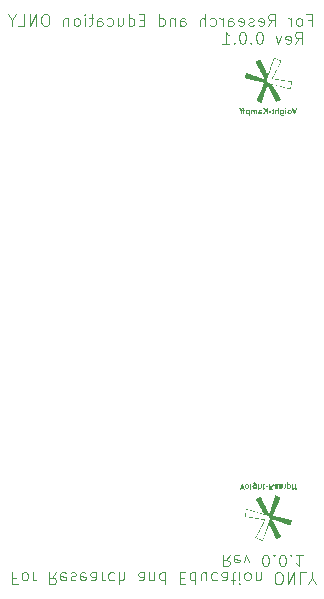
<source format=gbo>
G04 #@! TF.GenerationSoftware,KiCad,Pcbnew,8.0.7*
G04 #@! TF.CreationDate,2025-01-23T12:20:57+00:00*
G04 #@! TF.ProjectId,NB3_eye,4e42335f-6579-4652-9e6b-696361645f70,0.0.1*
G04 #@! TF.SameCoordinates,PX56c8cc0PY67f3540*
G04 #@! TF.FileFunction,Legend,Bot*
G04 #@! TF.FilePolarity,Positive*
%FSLAX46Y46*%
G04 Gerber Fmt 4.6, Leading zero omitted, Abs format (unit mm)*
G04 Created by KiCad (PCBNEW 8.0.7) date 2025-01-23 12:20:57*
%MOMM*%
%LPD*%
G01*
G04 APERTURE LIST*
%ADD10C,0.100000*%
%ADD11C,0.000000*%
G04 APERTURE END LIST*
D10*
X39362782Y23651391D02*
X39696115Y23651391D01*
X39696115Y23127581D02*
X39696115Y24127581D01*
X39696115Y24127581D02*
X39219925Y24127581D01*
X38696115Y23127581D02*
X38791353Y23175200D01*
X38791353Y23175200D02*
X38838972Y23222820D01*
X38838972Y23222820D02*
X38886591Y23318058D01*
X38886591Y23318058D02*
X38886591Y23603772D01*
X38886591Y23603772D02*
X38838972Y23699010D01*
X38838972Y23699010D02*
X38791353Y23746629D01*
X38791353Y23746629D02*
X38696115Y23794248D01*
X38696115Y23794248D02*
X38553258Y23794248D01*
X38553258Y23794248D02*
X38458020Y23746629D01*
X38458020Y23746629D02*
X38410401Y23699010D01*
X38410401Y23699010D02*
X38362782Y23603772D01*
X38362782Y23603772D02*
X38362782Y23318058D01*
X38362782Y23318058D02*
X38410401Y23222820D01*
X38410401Y23222820D02*
X38458020Y23175200D01*
X38458020Y23175200D02*
X38553258Y23127581D01*
X38553258Y23127581D02*
X38696115Y23127581D01*
X37934210Y23127581D02*
X37934210Y23794248D01*
X37934210Y23603772D02*
X37886591Y23699010D01*
X37886591Y23699010D02*
X37838972Y23746629D01*
X37838972Y23746629D02*
X37743734Y23794248D01*
X37743734Y23794248D02*
X37648496Y23794248D01*
X35981829Y23127581D02*
X36315162Y23603772D01*
X36553257Y23127581D02*
X36553257Y24127581D01*
X36553257Y24127581D02*
X36172305Y24127581D01*
X36172305Y24127581D02*
X36077067Y24079962D01*
X36077067Y24079962D02*
X36029448Y24032343D01*
X36029448Y24032343D02*
X35981829Y23937105D01*
X35981829Y23937105D02*
X35981829Y23794248D01*
X35981829Y23794248D02*
X36029448Y23699010D01*
X36029448Y23699010D02*
X36077067Y23651391D01*
X36077067Y23651391D02*
X36172305Y23603772D01*
X36172305Y23603772D02*
X36553257Y23603772D01*
X35172305Y23175200D02*
X35267543Y23127581D01*
X35267543Y23127581D02*
X35458019Y23127581D01*
X35458019Y23127581D02*
X35553257Y23175200D01*
X35553257Y23175200D02*
X35600876Y23270439D01*
X35600876Y23270439D02*
X35600876Y23651391D01*
X35600876Y23651391D02*
X35553257Y23746629D01*
X35553257Y23746629D02*
X35458019Y23794248D01*
X35458019Y23794248D02*
X35267543Y23794248D01*
X35267543Y23794248D02*
X35172305Y23746629D01*
X35172305Y23746629D02*
X35124686Y23651391D01*
X35124686Y23651391D02*
X35124686Y23556153D01*
X35124686Y23556153D02*
X35600876Y23460915D01*
X34743733Y23175200D02*
X34648495Y23127581D01*
X34648495Y23127581D02*
X34458019Y23127581D01*
X34458019Y23127581D02*
X34362781Y23175200D01*
X34362781Y23175200D02*
X34315162Y23270439D01*
X34315162Y23270439D02*
X34315162Y23318058D01*
X34315162Y23318058D02*
X34362781Y23413296D01*
X34362781Y23413296D02*
X34458019Y23460915D01*
X34458019Y23460915D02*
X34600876Y23460915D01*
X34600876Y23460915D02*
X34696114Y23508534D01*
X34696114Y23508534D02*
X34743733Y23603772D01*
X34743733Y23603772D02*
X34743733Y23651391D01*
X34743733Y23651391D02*
X34696114Y23746629D01*
X34696114Y23746629D02*
X34600876Y23794248D01*
X34600876Y23794248D02*
X34458019Y23794248D01*
X34458019Y23794248D02*
X34362781Y23746629D01*
X33505638Y23175200D02*
X33600876Y23127581D01*
X33600876Y23127581D02*
X33791352Y23127581D01*
X33791352Y23127581D02*
X33886590Y23175200D01*
X33886590Y23175200D02*
X33934209Y23270439D01*
X33934209Y23270439D02*
X33934209Y23651391D01*
X33934209Y23651391D02*
X33886590Y23746629D01*
X33886590Y23746629D02*
X33791352Y23794248D01*
X33791352Y23794248D02*
X33600876Y23794248D01*
X33600876Y23794248D02*
X33505638Y23746629D01*
X33505638Y23746629D02*
X33458019Y23651391D01*
X33458019Y23651391D02*
X33458019Y23556153D01*
X33458019Y23556153D02*
X33934209Y23460915D01*
X32600876Y23127581D02*
X32600876Y23651391D01*
X32600876Y23651391D02*
X32648495Y23746629D01*
X32648495Y23746629D02*
X32743733Y23794248D01*
X32743733Y23794248D02*
X32934209Y23794248D01*
X32934209Y23794248D02*
X33029447Y23746629D01*
X32600876Y23175200D02*
X32696114Y23127581D01*
X32696114Y23127581D02*
X32934209Y23127581D01*
X32934209Y23127581D02*
X33029447Y23175200D01*
X33029447Y23175200D02*
X33077066Y23270439D01*
X33077066Y23270439D02*
X33077066Y23365677D01*
X33077066Y23365677D02*
X33029447Y23460915D01*
X33029447Y23460915D02*
X32934209Y23508534D01*
X32934209Y23508534D02*
X32696114Y23508534D01*
X32696114Y23508534D02*
X32600876Y23556153D01*
X32124685Y23127581D02*
X32124685Y23794248D01*
X32124685Y23603772D02*
X32077066Y23699010D01*
X32077066Y23699010D02*
X32029447Y23746629D01*
X32029447Y23746629D02*
X31934209Y23794248D01*
X31934209Y23794248D02*
X31838971Y23794248D01*
X31077066Y23175200D02*
X31172304Y23127581D01*
X31172304Y23127581D02*
X31362780Y23127581D01*
X31362780Y23127581D02*
X31458018Y23175200D01*
X31458018Y23175200D02*
X31505637Y23222820D01*
X31505637Y23222820D02*
X31553256Y23318058D01*
X31553256Y23318058D02*
X31553256Y23603772D01*
X31553256Y23603772D02*
X31505637Y23699010D01*
X31505637Y23699010D02*
X31458018Y23746629D01*
X31458018Y23746629D02*
X31362780Y23794248D01*
X31362780Y23794248D02*
X31172304Y23794248D01*
X31172304Y23794248D02*
X31077066Y23746629D01*
X30648494Y23127581D02*
X30648494Y24127581D01*
X30219923Y23127581D02*
X30219923Y23651391D01*
X30219923Y23651391D02*
X30267542Y23746629D01*
X30267542Y23746629D02*
X30362780Y23794248D01*
X30362780Y23794248D02*
X30505637Y23794248D01*
X30505637Y23794248D02*
X30600875Y23746629D01*
X30600875Y23746629D02*
X30648494Y23699010D01*
X28553256Y23127581D02*
X28553256Y23651391D01*
X28553256Y23651391D02*
X28600875Y23746629D01*
X28600875Y23746629D02*
X28696113Y23794248D01*
X28696113Y23794248D02*
X28886589Y23794248D01*
X28886589Y23794248D02*
X28981827Y23746629D01*
X28553256Y23175200D02*
X28648494Y23127581D01*
X28648494Y23127581D02*
X28886589Y23127581D01*
X28886589Y23127581D02*
X28981827Y23175200D01*
X28981827Y23175200D02*
X29029446Y23270439D01*
X29029446Y23270439D02*
X29029446Y23365677D01*
X29029446Y23365677D02*
X28981827Y23460915D01*
X28981827Y23460915D02*
X28886589Y23508534D01*
X28886589Y23508534D02*
X28648494Y23508534D01*
X28648494Y23508534D02*
X28553256Y23556153D01*
X28077065Y23794248D02*
X28077065Y23127581D01*
X28077065Y23699010D02*
X28029446Y23746629D01*
X28029446Y23746629D02*
X27934208Y23794248D01*
X27934208Y23794248D02*
X27791351Y23794248D01*
X27791351Y23794248D02*
X27696113Y23746629D01*
X27696113Y23746629D02*
X27648494Y23651391D01*
X27648494Y23651391D02*
X27648494Y23127581D01*
X26743732Y23127581D02*
X26743732Y24127581D01*
X26743732Y23175200D02*
X26838970Y23127581D01*
X26838970Y23127581D02*
X27029446Y23127581D01*
X27029446Y23127581D02*
X27124684Y23175200D01*
X27124684Y23175200D02*
X27172303Y23222820D01*
X27172303Y23222820D02*
X27219922Y23318058D01*
X27219922Y23318058D02*
X27219922Y23603772D01*
X27219922Y23603772D02*
X27172303Y23699010D01*
X27172303Y23699010D02*
X27124684Y23746629D01*
X27124684Y23746629D02*
X27029446Y23794248D01*
X27029446Y23794248D02*
X26838970Y23794248D01*
X26838970Y23794248D02*
X26743732Y23746629D01*
X25505636Y23651391D02*
X25172303Y23651391D01*
X25029446Y23127581D02*
X25505636Y23127581D01*
X25505636Y23127581D02*
X25505636Y24127581D01*
X25505636Y24127581D02*
X25029446Y24127581D01*
X24172303Y23127581D02*
X24172303Y24127581D01*
X24172303Y23175200D02*
X24267541Y23127581D01*
X24267541Y23127581D02*
X24458017Y23127581D01*
X24458017Y23127581D02*
X24553255Y23175200D01*
X24553255Y23175200D02*
X24600874Y23222820D01*
X24600874Y23222820D02*
X24648493Y23318058D01*
X24648493Y23318058D02*
X24648493Y23603772D01*
X24648493Y23603772D02*
X24600874Y23699010D01*
X24600874Y23699010D02*
X24553255Y23746629D01*
X24553255Y23746629D02*
X24458017Y23794248D01*
X24458017Y23794248D02*
X24267541Y23794248D01*
X24267541Y23794248D02*
X24172303Y23746629D01*
X23267541Y23794248D02*
X23267541Y23127581D01*
X23696112Y23794248D02*
X23696112Y23270439D01*
X23696112Y23270439D02*
X23648493Y23175200D01*
X23648493Y23175200D02*
X23553255Y23127581D01*
X23553255Y23127581D02*
X23410398Y23127581D01*
X23410398Y23127581D02*
X23315160Y23175200D01*
X23315160Y23175200D02*
X23267541Y23222820D01*
X22362779Y23175200D02*
X22458017Y23127581D01*
X22458017Y23127581D02*
X22648493Y23127581D01*
X22648493Y23127581D02*
X22743731Y23175200D01*
X22743731Y23175200D02*
X22791350Y23222820D01*
X22791350Y23222820D02*
X22838969Y23318058D01*
X22838969Y23318058D02*
X22838969Y23603772D01*
X22838969Y23603772D02*
X22791350Y23699010D01*
X22791350Y23699010D02*
X22743731Y23746629D01*
X22743731Y23746629D02*
X22648493Y23794248D01*
X22648493Y23794248D02*
X22458017Y23794248D01*
X22458017Y23794248D02*
X22362779Y23746629D01*
X21505636Y23127581D02*
X21505636Y23651391D01*
X21505636Y23651391D02*
X21553255Y23746629D01*
X21553255Y23746629D02*
X21648493Y23794248D01*
X21648493Y23794248D02*
X21838969Y23794248D01*
X21838969Y23794248D02*
X21934207Y23746629D01*
X21505636Y23175200D02*
X21600874Y23127581D01*
X21600874Y23127581D02*
X21838969Y23127581D01*
X21838969Y23127581D02*
X21934207Y23175200D01*
X21934207Y23175200D02*
X21981826Y23270439D01*
X21981826Y23270439D02*
X21981826Y23365677D01*
X21981826Y23365677D02*
X21934207Y23460915D01*
X21934207Y23460915D02*
X21838969Y23508534D01*
X21838969Y23508534D02*
X21600874Y23508534D01*
X21600874Y23508534D02*
X21505636Y23556153D01*
X21172302Y23794248D02*
X20791350Y23794248D01*
X21029445Y24127581D02*
X21029445Y23270439D01*
X21029445Y23270439D02*
X20981826Y23175200D01*
X20981826Y23175200D02*
X20886588Y23127581D01*
X20886588Y23127581D02*
X20791350Y23127581D01*
X20458016Y23127581D02*
X20458016Y23794248D01*
X20458016Y24127581D02*
X20505635Y24079962D01*
X20505635Y24079962D02*
X20458016Y24032343D01*
X20458016Y24032343D02*
X20410397Y24079962D01*
X20410397Y24079962D02*
X20458016Y24127581D01*
X20458016Y24127581D02*
X20458016Y24032343D01*
X19838969Y23127581D02*
X19934207Y23175200D01*
X19934207Y23175200D02*
X19981826Y23222820D01*
X19981826Y23222820D02*
X20029445Y23318058D01*
X20029445Y23318058D02*
X20029445Y23603772D01*
X20029445Y23603772D02*
X19981826Y23699010D01*
X19981826Y23699010D02*
X19934207Y23746629D01*
X19934207Y23746629D02*
X19838969Y23794248D01*
X19838969Y23794248D02*
X19696112Y23794248D01*
X19696112Y23794248D02*
X19600874Y23746629D01*
X19600874Y23746629D02*
X19553255Y23699010D01*
X19553255Y23699010D02*
X19505636Y23603772D01*
X19505636Y23603772D02*
X19505636Y23318058D01*
X19505636Y23318058D02*
X19553255Y23222820D01*
X19553255Y23222820D02*
X19600874Y23175200D01*
X19600874Y23175200D02*
X19696112Y23127581D01*
X19696112Y23127581D02*
X19838969Y23127581D01*
X19077064Y23794248D02*
X19077064Y23127581D01*
X19077064Y23699010D02*
X19029445Y23746629D01*
X19029445Y23746629D02*
X18934207Y23794248D01*
X18934207Y23794248D02*
X18791350Y23794248D01*
X18791350Y23794248D02*
X18696112Y23746629D01*
X18696112Y23746629D02*
X18648493Y23651391D01*
X18648493Y23651391D02*
X18648493Y23127581D01*
X17219921Y24127581D02*
X17029445Y24127581D01*
X17029445Y24127581D02*
X16934207Y24079962D01*
X16934207Y24079962D02*
X16838969Y23984724D01*
X16838969Y23984724D02*
X16791350Y23794248D01*
X16791350Y23794248D02*
X16791350Y23460915D01*
X16791350Y23460915D02*
X16838969Y23270439D01*
X16838969Y23270439D02*
X16934207Y23175200D01*
X16934207Y23175200D02*
X17029445Y23127581D01*
X17029445Y23127581D02*
X17219921Y23127581D01*
X17219921Y23127581D02*
X17315159Y23175200D01*
X17315159Y23175200D02*
X17410397Y23270439D01*
X17410397Y23270439D02*
X17458016Y23460915D01*
X17458016Y23460915D02*
X17458016Y23794248D01*
X17458016Y23794248D02*
X17410397Y23984724D01*
X17410397Y23984724D02*
X17315159Y24079962D01*
X17315159Y24079962D02*
X17219921Y24127581D01*
X16362778Y23127581D02*
X16362778Y24127581D01*
X16362778Y24127581D02*
X15791350Y23127581D01*
X15791350Y23127581D02*
X15791350Y24127581D01*
X14838969Y23127581D02*
X15315159Y23127581D01*
X15315159Y23127581D02*
X15315159Y24127581D01*
X14315159Y23603772D02*
X14315159Y23127581D01*
X14648492Y24127581D02*
X14315159Y23603772D01*
X14315159Y23603772D02*
X13981826Y24127581D01*
X14637217Y-23651390D02*
X14303884Y-23651390D01*
X14303884Y-23127580D02*
X14303884Y-24127580D01*
X14303884Y-24127580D02*
X14780074Y-24127580D01*
X15303884Y-23127580D02*
X15208646Y-23175200D01*
X15208646Y-23175200D02*
X15161027Y-23222819D01*
X15161027Y-23222819D02*
X15113408Y-23318057D01*
X15113408Y-23318057D02*
X15113408Y-23603771D01*
X15113408Y-23603771D02*
X15161027Y-23699009D01*
X15161027Y-23699009D02*
X15208646Y-23746628D01*
X15208646Y-23746628D02*
X15303884Y-23794247D01*
X15303884Y-23794247D02*
X15446741Y-23794247D01*
X15446741Y-23794247D02*
X15541979Y-23746628D01*
X15541979Y-23746628D02*
X15589598Y-23699009D01*
X15589598Y-23699009D02*
X15637217Y-23603771D01*
X15637217Y-23603771D02*
X15637217Y-23318057D01*
X15637217Y-23318057D02*
X15589598Y-23222819D01*
X15589598Y-23222819D02*
X15541979Y-23175200D01*
X15541979Y-23175200D02*
X15446741Y-23127580D01*
X15446741Y-23127580D02*
X15303884Y-23127580D01*
X16065789Y-23127580D02*
X16065789Y-23794247D01*
X16065789Y-23603771D02*
X16113408Y-23699009D01*
X16113408Y-23699009D02*
X16161027Y-23746628D01*
X16161027Y-23746628D02*
X16256265Y-23794247D01*
X16256265Y-23794247D02*
X16351503Y-23794247D01*
X18018170Y-23127580D02*
X17684837Y-23603771D01*
X17446742Y-23127580D02*
X17446742Y-24127580D01*
X17446742Y-24127580D02*
X17827694Y-24127580D01*
X17827694Y-24127580D02*
X17922932Y-24079961D01*
X17922932Y-24079961D02*
X17970551Y-24032342D01*
X17970551Y-24032342D02*
X18018170Y-23937104D01*
X18018170Y-23937104D02*
X18018170Y-23794247D01*
X18018170Y-23794247D02*
X17970551Y-23699009D01*
X17970551Y-23699009D02*
X17922932Y-23651390D01*
X17922932Y-23651390D02*
X17827694Y-23603771D01*
X17827694Y-23603771D02*
X17446742Y-23603771D01*
X18827694Y-23175200D02*
X18732456Y-23127580D01*
X18732456Y-23127580D02*
X18541980Y-23127580D01*
X18541980Y-23127580D02*
X18446742Y-23175200D01*
X18446742Y-23175200D02*
X18399123Y-23270438D01*
X18399123Y-23270438D02*
X18399123Y-23651390D01*
X18399123Y-23651390D02*
X18446742Y-23746628D01*
X18446742Y-23746628D02*
X18541980Y-23794247D01*
X18541980Y-23794247D02*
X18732456Y-23794247D01*
X18732456Y-23794247D02*
X18827694Y-23746628D01*
X18827694Y-23746628D02*
X18875313Y-23651390D01*
X18875313Y-23651390D02*
X18875313Y-23556152D01*
X18875313Y-23556152D02*
X18399123Y-23460914D01*
X19256266Y-23175200D02*
X19351504Y-23127580D01*
X19351504Y-23127580D02*
X19541980Y-23127580D01*
X19541980Y-23127580D02*
X19637218Y-23175200D01*
X19637218Y-23175200D02*
X19684837Y-23270438D01*
X19684837Y-23270438D02*
X19684837Y-23318057D01*
X19684837Y-23318057D02*
X19637218Y-23413295D01*
X19637218Y-23413295D02*
X19541980Y-23460914D01*
X19541980Y-23460914D02*
X19399123Y-23460914D01*
X19399123Y-23460914D02*
X19303885Y-23508533D01*
X19303885Y-23508533D02*
X19256266Y-23603771D01*
X19256266Y-23603771D02*
X19256266Y-23651390D01*
X19256266Y-23651390D02*
X19303885Y-23746628D01*
X19303885Y-23746628D02*
X19399123Y-23794247D01*
X19399123Y-23794247D02*
X19541980Y-23794247D01*
X19541980Y-23794247D02*
X19637218Y-23746628D01*
X20494361Y-23175200D02*
X20399123Y-23127580D01*
X20399123Y-23127580D02*
X20208647Y-23127580D01*
X20208647Y-23127580D02*
X20113409Y-23175200D01*
X20113409Y-23175200D02*
X20065790Y-23270438D01*
X20065790Y-23270438D02*
X20065790Y-23651390D01*
X20065790Y-23651390D02*
X20113409Y-23746628D01*
X20113409Y-23746628D02*
X20208647Y-23794247D01*
X20208647Y-23794247D02*
X20399123Y-23794247D01*
X20399123Y-23794247D02*
X20494361Y-23746628D01*
X20494361Y-23746628D02*
X20541980Y-23651390D01*
X20541980Y-23651390D02*
X20541980Y-23556152D01*
X20541980Y-23556152D02*
X20065790Y-23460914D01*
X21399123Y-23127580D02*
X21399123Y-23651390D01*
X21399123Y-23651390D02*
X21351504Y-23746628D01*
X21351504Y-23746628D02*
X21256266Y-23794247D01*
X21256266Y-23794247D02*
X21065790Y-23794247D01*
X21065790Y-23794247D02*
X20970552Y-23746628D01*
X21399123Y-23175200D02*
X21303885Y-23127580D01*
X21303885Y-23127580D02*
X21065790Y-23127580D01*
X21065790Y-23127580D02*
X20970552Y-23175200D01*
X20970552Y-23175200D02*
X20922933Y-23270438D01*
X20922933Y-23270438D02*
X20922933Y-23365676D01*
X20922933Y-23365676D02*
X20970552Y-23460914D01*
X20970552Y-23460914D02*
X21065790Y-23508533D01*
X21065790Y-23508533D02*
X21303885Y-23508533D01*
X21303885Y-23508533D02*
X21399123Y-23556152D01*
X21875314Y-23127580D02*
X21875314Y-23794247D01*
X21875314Y-23603771D02*
X21922933Y-23699009D01*
X21922933Y-23699009D02*
X21970552Y-23746628D01*
X21970552Y-23746628D02*
X22065790Y-23794247D01*
X22065790Y-23794247D02*
X22161028Y-23794247D01*
X22922933Y-23175200D02*
X22827695Y-23127580D01*
X22827695Y-23127580D02*
X22637219Y-23127580D01*
X22637219Y-23127580D02*
X22541981Y-23175200D01*
X22541981Y-23175200D02*
X22494362Y-23222819D01*
X22494362Y-23222819D02*
X22446743Y-23318057D01*
X22446743Y-23318057D02*
X22446743Y-23603771D01*
X22446743Y-23603771D02*
X22494362Y-23699009D01*
X22494362Y-23699009D02*
X22541981Y-23746628D01*
X22541981Y-23746628D02*
X22637219Y-23794247D01*
X22637219Y-23794247D02*
X22827695Y-23794247D01*
X22827695Y-23794247D02*
X22922933Y-23746628D01*
X23351505Y-23127580D02*
X23351505Y-24127580D01*
X23780076Y-23127580D02*
X23780076Y-23651390D01*
X23780076Y-23651390D02*
X23732457Y-23746628D01*
X23732457Y-23746628D02*
X23637219Y-23794247D01*
X23637219Y-23794247D02*
X23494362Y-23794247D01*
X23494362Y-23794247D02*
X23399124Y-23746628D01*
X23399124Y-23746628D02*
X23351505Y-23699009D01*
X25446743Y-23127580D02*
X25446743Y-23651390D01*
X25446743Y-23651390D02*
X25399124Y-23746628D01*
X25399124Y-23746628D02*
X25303886Y-23794247D01*
X25303886Y-23794247D02*
X25113410Y-23794247D01*
X25113410Y-23794247D02*
X25018172Y-23746628D01*
X25446743Y-23175200D02*
X25351505Y-23127580D01*
X25351505Y-23127580D02*
X25113410Y-23127580D01*
X25113410Y-23127580D02*
X25018172Y-23175200D01*
X25018172Y-23175200D02*
X24970553Y-23270438D01*
X24970553Y-23270438D02*
X24970553Y-23365676D01*
X24970553Y-23365676D02*
X25018172Y-23460914D01*
X25018172Y-23460914D02*
X25113410Y-23508533D01*
X25113410Y-23508533D02*
X25351505Y-23508533D01*
X25351505Y-23508533D02*
X25446743Y-23556152D01*
X25922934Y-23794247D02*
X25922934Y-23127580D01*
X25922934Y-23699009D02*
X25970553Y-23746628D01*
X25970553Y-23746628D02*
X26065791Y-23794247D01*
X26065791Y-23794247D02*
X26208648Y-23794247D01*
X26208648Y-23794247D02*
X26303886Y-23746628D01*
X26303886Y-23746628D02*
X26351505Y-23651390D01*
X26351505Y-23651390D02*
X26351505Y-23127580D01*
X27256267Y-23127580D02*
X27256267Y-24127580D01*
X27256267Y-23175200D02*
X27161029Y-23127580D01*
X27161029Y-23127580D02*
X26970553Y-23127580D01*
X26970553Y-23127580D02*
X26875315Y-23175200D01*
X26875315Y-23175200D02*
X26827696Y-23222819D01*
X26827696Y-23222819D02*
X26780077Y-23318057D01*
X26780077Y-23318057D02*
X26780077Y-23603771D01*
X26780077Y-23603771D02*
X26827696Y-23699009D01*
X26827696Y-23699009D02*
X26875315Y-23746628D01*
X26875315Y-23746628D02*
X26970553Y-23794247D01*
X26970553Y-23794247D02*
X27161029Y-23794247D01*
X27161029Y-23794247D02*
X27256267Y-23746628D01*
X28494363Y-23651390D02*
X28827696Y-23651390D01*
X28970553Y-23127580D02*
X28494363Y-23127580D01*
X28494363Y-23127580D02*
X28494363Y-24127580D01*
X28494363Y-24127580D02*
X28970553Y-24127580D01*
X29827696Y-23127580D02*
X29827696Y-24127580D01*
X29827696Y-23175200D02*
X29732458Y-23127580D01*
X29732458Y-23127580D02*
X29541982Y-23127580D01*
X29541982Y-23127580D02*
X29446744Y-23175200D01*
X29446744Y-23175200D02*
X29399125Y-23222819D01*
X29399125Y-23222819D02*
X29351506Y-23318057D01*
X29351506Y-23318057D02*
X29351506Y-23603771D01*
X29351506Y-23603771D02*
X29399125Y-23699009D01*
X29399125Y-23699009D02*
X29446744Y-23746628D01*
X29446744Y-23746628D02*
X29541982Y-23794247D01*
X29541982Y-23794247D02*
X29732458Y-23794247D01*
X29732458Y-23794247D02*
X29827696Y-23746628D01*
X30732458Y-23794247D02*
X30732458Y-23127580D01*
X30303887Y-23794247D02*
X30303887Y-23270438D01*
X30303887Y-23270438D02*
X30351506Y-23175200D01*
X30351506Y-23175200D02*
X30446744Y-23127580D01*
X30446744Y-23127580D02*
X30589601Y-23127580D01*
X30589601Y-23127580D02*
X30684839Y-23175200D01*
X30684839Y-23175200D02*
X30732458Y-23222819D01*
X31637220Y-23175200D02*
X31541982Y-23127580D01*
X31541982Y-23127580D02*
X31351506Y-23127580D01*
X31351506Y-23127580D02*
X31256268Y-23175200D01*
X31256268Y-23175200D02*
X31208649Y-23222819D01*
X31208649Y-23222819D02*
X31161030Y-23318057D01*
X31161030Y-23318057D02*
X31161030Y-23603771D01*
X31161030Y-23603771D02*
X31208649Y-23699009D01*
X31208649Y-23699009D02*
X31256268Y-23746628D01*
X31256268Y-23746628D02*
X31351506Y-23794247D01*
X31351506Y-23794247D02*
X31541982Y-23794247D01*
X31541982Y-23794247D02*
X31637220Y-23746628D01*
X32494363Y-23127580D02*
X32494363Y-23651390D01*
X32494363Y-23651390D02*
X32446744Y-23746628D01*
X32446744Y-23746628D02*
X32351506Y-23794247D01*
X32351506Y-23794247D02*
X32161030Y-23794247D01*
X32161030Y-23794247D02*
X32065792Y-23746628D01*
X32494363Y-23175200D02*
X32399125Y-23127580D01*
X32399125Y-23127580D02*
X32161030Y-23127580D01*
X32161030Y-23127580D02*
X32065792Y-23175200D01*
X32065792Y-23175200D02*
X32018173Y-23270438D01*
X32018173Y-23270438D02*
X32018173Y-23365676D01*
X32018173Y-23365676D02*
X32065792Y-23460914D01*
X32065792Y-23460914D02*
X32161030Y-23508533D01*
X32161030Y-23508533D02*
X32399125Y-23508533D01*
X32399125Y-23508533D02*
X32494363Y-23556152D01*
X32827697Y-23794247D02*
X33208649Y-23794247D01*
X32970554Y-24127580D02*
X32970554Y-23270438D01*
X32970554Y-23270438D02*
X33018173Y-23175200D01*
X33018173Y-23175200D02*
X33113411Y-23127580D01*
X33113411Y-23127580D02*
X33208649Y-23127580D01*
X33541983Y-23127580D02*
X33541983Y-23794247D01*
X33541983Y-24127580D02*
X33494364Y-24079961D01*
X33494364Y-24079961D02*
X33541983Y-24032342D01*
X33541983Y-24032342D02*
X33589602Y-24079961D01*
X33589602Y-24079961D02*
X33541983Y-24127580D01*
X33541983Y-24127580D02*
X33541983Y-24032342D01*
X34161030Y-23127580D02*
X34065792Y-23175200D01*
X34065792Y-23175200D02*
X34018173Y-23222819D01*
X34018173Y-23222819D02*
X33970554Y-23318057D01*
X33970554Y-23318057D02*
X33970554Y-23603771D01*
X33970554Y-23603771D02*
X34018173Y-23699009D01*
X34018173Y-23699009D02*
X34065792Y-23746628D01*
X34065792Y-23746628D02*
X34161030Y-23794247D01*
X34161030Y-23794247D02*
X34303887Y-23794247D01*
X34303887Y-23794247D02*
X34399125Y-23746628D01*
X34399125Y-23746628D02*
X34446744Y-23699009D01*
X34446744Y-23699009D02*
X34494363Y-23603771D01*
X34494363Y-23603771D02*
X34494363Y-23318057D01*
X34494363Y-23318057D02*
X34446744Y-23222819D01*
X34446744Y-23222819D02*
X34399125Y-23175200D01*
X34399125Y-23175200D02*
X34303887Y-23127580D01*
X34303887Y-23127580D02*
X34161030Y-23127580D01*
X34922935Y-23794247D02*
X34922935Y-23127580D01*
X34922935Y-23699009D02*
X34970554Y-23746628D01*
X34970554Y-23746628D02*
X35065792Y-23794247D01*
X35065792Y-23794247D02*
X35208649Y-23794247D01*
X35208649Y-23794247D02*
X35303887Y-23746628D01*
X35303887Y-23746628D02*
X35351506Y-23651390D01*
X35351506Y-23651390D02*
X35351506Y-23127580D01*
X36780078Y-24127580D02*
X36970554Y-24127580D01*
X36970554Y-24127580D02*
X37065792Y-24079961D01*
X37065792Y-24079961D02*
X37161030Y-23984723D01*
X37161030Y-23984723D02*
X37208649Y-23794247D01*
X37208649Y-23794247D02*
X37208649Y-23460914D01*
X37208649Y-23460914D02*
X37161030Y-23270438D01*
X37161030Y-23270438D02*
X37065792Y-23175200D01*
X37065792Y-23175200D02*
X36970554Y-23127580D01*
X36970554Y-23127580D02*
X36780078Y-23127580D01*
X36780078Y-23127580D02*
X36684840Y-23175200D01*
X36684840Y-23175200D02*
X36589602Y-23270438D01*
X36589602Y-23270438D02*
X36541983Y-23460914D01*
X36541983Y-23460914D02*
X36541983Y-23794247D01*
X36541983Y-23794247D02*
X36589602Y-23984723D01*
X36589602Y-23984723D02*
X36684840Y-24079961D01*
X36684840Y-24079961D02*
X36780078Y-24127580D01*
X37637221Y-23127580D02*
X37637221Y-24127580D01*
X37637221Y-24127580D02*
X38208649Y-23127580D01*
X38208649Y-23127580D02*
X38208649Y-24127580D01*
X39161030Y-23127580D02*
X38684840Y-23127580D01*
X38684840Y-23127580D02*
X38684840Y-24127580D01*
X39684840Y-23603771D02*
X39684840Y-23127580D01*
X39351507Y-24127580D02*
X39684840Y-23603771D01*
X39684840Y-23603771D02*
X40018173Y-24127580D01*
X38285714Y21627581D02*
X38619047Y22103772D01*
X38857142Y21627581D02*
X38857142Y22627581D01*
X38857142Y22627581D02*
X38476190Y22627581D01*
X38476190Y22627581D02*
X38380952Y22579962D01*
X38380952Y22579962D02*
X38333333Y22532343D01*
X38333333Y22532343D02*
X38285714Y22437105D01*
X38285714Y22437105D02*
X38285714Y22294248D01*
X38285714Y22294248D02*
X38333333Y22199010D01*
X38333333Y22199010D02*
X38380952Y22151391D01*
X38380952Y22151391D02*
X38476190Y22103772D01*
X38476190Y22103772D02*
X38857142Y22103772D01*
X37476190Y21675200D02*
X37571428Y21627581D01*
X37571428Y21627581D02*
X37761904Y21627581D01*
X37761904Y21627581D02*
X37857142Y21675200D01*
X37857142Y21675200D02*
X37904761Y21770439D01*
X37904761Y21770439D02*
X37904761Y22151391D01*
X37904761Y22151391D02*
X37857142Y22246629D01*
X37857142Y22246629D02*
X37761904Y22294248D01*
X37761904Y22294248D02*
X37571428Y22294248D01*
X37571428Y22294248D02*
X37476190Y22246629D01*
X37476190Y22246629D02*
X37428571Y22151391D01*
X37428571Y22151391D02*
X37428571Y22056153D01*
X37428571Y22056153D02*
X37904761Y21960915D01*
X37095237Y22294248D02*
X36857142Y21627581D01*
X36857142Y21627581D02*
X36619047Y22294248D01*
X35285713Y22627581D02*
X35190475Y22627581D01*
X35190475Y22627581D02*
X35095237Y22579962D01*
X35095237Y22579962D02*
X35047618Y22532343D01*
X35047618Y22532343D02*
X34999999Y22437105D01*
X34999999Y22437105D02*
X34952380Y22246629D01*
X34952380Y22246629D02*
X34952380Y22008534D01*
X34952380Y22008534D02*
X34999999Y21818058D01*
X34999999Y21818058D02*
X35047618Y21722820D01*
X35047618Y21722820D02*
X35095237Y21675200D01*
X35095237Y21675200D02*
X35190475Y21627581D01*
X35190475Y21627581D02*
X35285713Y21627581D01*
X35285713Y21627581D02*
X35380951Y21675200D01*
X35380951Y21675200D02*
X35428570Y21722820D01*
X35428570Y21722820D02*
X35476189Y21818058D01*
X35476189Y21818058D02*
X35523808Y22008534D01*
X35523808Y22008534D02*
X35523808Y22246629D01*
X35523808Y22246629D02*
X35476189Y22437105D01*
X35476189Y22437105D02*
X35428570Y22532343D01*
X35428570Y22532343D02*
X35380951Y22579962D01*
X35380951Y22579962D02*
X35285713Y22627581D01*
X34523808Y21722820D02*
X34476189Y21675200D01*
X34476189Y21675200D02*
X34523808Y21627581D01*
X34523808Y21627581D02*
X34571427Y21675200D01*
X34571427Y21675200D02*
X34523808Y21722820D01*
X34523808Y21722820D02*
X34523808Y21627581D01*
X33857142Y22627581D02*
X33761904Y22627581D01*
X33761904Y22627581D02*
X33666666Y22579962D01*
X33666666Y22579962D02*
X33619047Y22532343D01*
X33619047Y22532343D02*
X33571428Y22437105D01*
X33571428Y22437105D02*
X33523809Y22246629D01*
X33523809Y22246629D02*
X33523809Y22008534D01*
X33523809Y22008534D02*
X33571428Y21818058D01*
X33571428Y21818058D02*
X33619047Y21722820D01*
X33619047Y21722820D02*
X33666666Y21675200D01*
X33666666Y21675200D02*
X33761904Y21627581D01*
X33761904Y21627581D02*
X33857142Y21627581D01*
X33857142Y21627581D02*
X33952380Y21675200D01*
X33952380Y21675200D02*
X33999999Y21722820D01*
X33999999Y21722820D02*
X34047618Y21818058D01*
X34047618Y21818058D02*
X34095237Y22008534D01*
X34095237Y22008534D02*
X34095237Y22246629D01*
X34095237Y22246629D02*
X34047618Y22437105D01*
X34047618Y22437105D02*
X33999999Y22532343D01*
X33999999Y22532343D02*
X33952380Y22579962D01*
X33952380Y22579962D02*
X33857142Y22627581D01*
X33095237Y21722820D02*
X33047618Y21675200D01*
X33047618Y21675200D02*
X33095237Y21627581D01*
X33095237Y21627581D02*
X33142856Y21675200D01*
X33142856Y21675200D02*
X33095237Y21722820D01*
X33095237Y21722820D02*
X33095237Y21627581D01*
X32095238Y21627581D02*
X32666666Y21627581D01*
X32380952Y21627581D02*
X32380952Y22627581D01*
X32380952Y22627581D02*
X32476190Y22484724D01*
X32476190Y22484724D02*
X32571428Y22389486D01*
X32571428Y22389486D02*
X32666666Y22341867D01*
X32714285Y-21627580D02*
X32380952Y-22103771D01*
X32142857Y-21627580D02*
X32142857Y-22627580D01*
X32142857Y-22627580D02*
X32523809Y-22627580D01*
X32523809Y-22627580D02*
X32619047Y-22579961D01*
X32619047Y-22579961D02*
X32666666Y-22532342D01*
X32666666Y-22532342D02*
X32714285Y-22437104D01*
X32714285Y-22437104D02*
X32714285Y-22294247D01*
X32714285Y-22294247D02*
X32666666Y-22199009D01*
X32666666Y-22199009D02*
X32619047Y-22151390D01*
X32619047Y-22151390D02*
X32523809Y-22103771D01*
X32523809Y-22103771D02*
X32142857Y-22103771D01*
X33523809Y-21675200D02*
X33428571Y-21627580D01*
X33428571Y-21627580D02*
X33238095Y-21627580D01*
X33238095Y-21627580D02*
X33142857Y-21675200D01*
X33142857Y-21675200D02*
X33095238Y-21770438D01*
X33095238Y-21770438D02*
X33095238Y-22151390D01*
X33095238Y-22151390D02*
X33142857Y-22246628D01*
X33142857Y-22246628D02*
X33238095Y-22294247D01*
X33238095Y-22294247D02*
X33428571Y-22294247D01*
X33428571Y-22294247D02*
X33523809Y-22246628D01*
X33523809Y-22246628D02*
X33571428Y-22151390D01*
X33571428Y-22151390D02*
X33571428Y-22056152D01*
X33571428Y-22056152D02*
X33095238Y-21960914D01*
X33904762Y-22294247D02*
X34142857Y-21627580D01*
X34142857Y-21627580D02*
X34380952Y-22294247D01*
X35714286Y-22627580D02*
X35809524Y-22627580D01*
X35809524Y-22627580D02*
X35904762Y-22579961D01*
X35904762Y-22579961D02*
X35952381Y-22532342D01*
X35952381Y-22532342D02*
X36000000Y-22437104D01*
X36000000Y-22437104D02*
X36047619Y-22246628D01*
X36047619Y-22246628D02*
X36047619Y-22008533D01*
X36047619Y-22008533D02*
X36000000Y-21818057D01*
X36000000Y-21818057D02*
X35952381Y-21722819D01*
X35952381Y-21722819D02*
X35904762Y-21675200D01*
X35904762Y-21675200D02*
X35809524Y-21627580D01*
X35809524Y-21627580D02*
X35714286Y-21627580D01*
X35714286Y-21627580D02*
X35619048Y-21675200D01*
X35619048Y-21675200D02*
X35571429Y-21722819D01*
X35571429Y-21722819D02*
X35523810Y-21818057D01*
X35523810Y-21818057D02*
X35476191Y-22008533D01*
X35476191Y-22008533D02*
X35476191Y-22246628D01*
X35476191Y-22246628D02*
X35523810Y-22437104D01*
X35523810Y-22437104D02*
X35571429Y-22532342D01*
X35571429Y-22532342D02*
X35619048Y-22579961D01*
X35619048Y-22579961D02*
X35714286Y-22627580D01*
X36476191Y-21722819D02*
X36523810Y-21675200D01*
X36523810Y-21675200D02*
X36476191Y-21627580D01*
X36476191Y-21627580D02*
X36428572Y-21675200D01*
X36428572Y-21675200D02*
X36476191Y-21722819D01*
X36476191Y-21722819D02*
X36476191Y-21627580D01*
X37142857Y-22627580D02*
X37238095Y-22627580D01*
X37238095Y-22627580D02*
X37333333Y-22579961D01*
X37333333Y-22579961D02*
X37380952Y-22532342D01*
X37380952Y-22532342D02*
X37428571Y-22437104D01*
X37428571Y-22437104D02*
X37476190Y-22246628D01*
X37476190Y-22246628D02*
X37476190Y-22008533D01*
X37476190Y-22008533D02*
X37428571Y-21818057D01*
X37428571Y-21818057D02*
X37380952Y-21722819D01*
X37380952Y-21722819D02*
X37333333Y-21675200D01*
X37333333Y-21675200D02*
X37238095Y-21627580D01*
X37238095Y-21627580D02*
X37142857Y-21627580D01*
X37142857Y-21627580D02*
X37047619Y-21675200D01*
X37047619Y-21675200D02*
X37000000Y-21722819D01*
X37000000Y-21722819D02*
X36952381Y-21818057D01*
X36952381Y-21818057D02*
X36904762Y-22008533D01*
X36904762Y-22008533D02*
X36904762Y-22246628D01*
X36904762Y-22246628D02*
X36952381Y-22437104D01*
X36952381Y-22437104D02*
X37000000Y-22532342D01*
X37000000Y-22532342D02*
X37047619Y-22579961D01*
X37047619Y-22579961D02*
X37142857Y-22627580D01*
X37904762Y-21722819D02*
X37952381Y-21675200D01*
X37952381Y-21675200D02*
X37904762Y-21627580D01*
X37904762Y-21627580D02*
X37857143Y-21675200D01*
X37857143Y-21675200D02*
X37904762Y-21722819D01*
X37904762Y-21722819D02*
X37904762Y-21627580D01*
X38904761Y-21627580D02*
X38333333Y-21627580D01*
X38619047Y-21627580D02*
X38619047Y-22627580D01*
X38619047Y-22627580D02*
X38523809Y-22484723D01*
X38523809Y-22484723D02*
X38428571Y-22389485D01*
X38428571Y-22389485D02*
X38333333Y-22341866D01*
D11*
G36*
X34566519Y-16131642D02*
G01*
X34566519Y-16179962D01*
X34518199Y-16179962D01*
X34469879Y-16179962D01*
X34469879Y-16131642D01*
X34469879Y-16083322D01*
X34518199Y-16083322D01*
X34566519Y-16083322D01*
X34566519Y-16131642D01*
G37*
G36*
X34566519Y-15849778D02*
G01*
X34566519Y-16035003D01*
X34518199Y-16035003D01*
X34469879Y-16035003D01*
X34469879Y-15849778D01*
X34469879Y-15664553D01*
X34518199Y-15664553D01*
X34566519Y-15664553D01*
X34566519Y-15849778D01*
G37*
G36*
X35967787Y-15849778D02*
G01*
X35967787Y-15898097D01*
X35867121Y-15898097D01*
X35766455Y-15898097D01*
X35766455Y-15849778D01*
X35766455Y-15801458D01*
X35867121Y-15801458D01*
X35967787Y-15801458D01*
X35967787Y-15849778D01*
G37*
G36*
X38359607Y-15809511D02*
G01*
X38359607Y-15954470D01*
X38395846Y-15954470D01*
X38432086Y-15954470D01*
X38432086Y-15994736D01*
X38432086Y-16035003D01*
X38395846Y-16035003D01*
X38385433Y-16035089D01*
X38368200Y-16036888D01*
X38361034Y-16042925D01*
X38359607Y-16055665D01*
X38359893Y-16064798D01*
X38366391Y-16089886D01*
X38383024Y-16103427D01*
X38411871Y-16107482D01*
X38424304Y-16107611D01*
X38440591Y-16109962D01*
X38448341Y-16117988D01*
X38452653Y-16135146D01*
X38453093Y-16137622D01*
X38454902Y-16158014D01*
X38453009Y-16170631D01*
X38442265Y-16177159D01*
X38420028Y-16182206D01*
X38391783Y-16184773D01*
X38362721Y-16184408D01*
X38338030Y-16180657D01*
X38315496Y-16172678D01*
X38289189Y-16153768D01*
X38273044Y-16125066D01*
X38265180Y-16084077D01*
X38260731Y-16035003D01*
X38233221Y-16035003D01*
X38205712Y-16035003D01*
X38208167Y-15996750D01*
X38209384Y-15980949D01*
X38212846Y-15965379D01*
X38220918Y-15958571D01*
X38236794Y-15955973D01*
X38262968Y-15953450D01*
X38262968Y-15809001D01*
X38262968Y-15664553D01*
X38311287Y-15664553D01*
X38359607Y-15664553D01*
X38359607Y-15809511D01*
G37*
G36*
X38126062Y-15809048D02*
G01*
X38126062Y-15953544D01*
X38160288Y-15956020D01*
X38194515Y-15958497D01*
X38196969Y-15996750D01*
X38199424Y-16035003D01*
X38162280Y-16035003D01*
X38125136Y-16035003D01*
X38127612Y-16069229D01*
X38130089Y-16103456D01*
X38170067Y-16107482D01*
X38187448Y-16109499D01*
X38203393Y-16113840D01*
X38211224Y-16122721D01*
X38215727Y-16139496D01*
X38216353Y-16142717D01*
X38218885Y-16162022D01*
X38218209Y-16172661D01*
X38217331Y-16173621D01*
X38204518Y-16178380D01*
X38181755Y-16182228D01*
X38154217Y-16184672D01*
X38127080Y-16185220D01*
X38105521Y-16183380D01*
X38087090Y-16178396D01*
X38056488Y-16159463D01*
X38036142Y-16128533D01*
X38025596Y-16085043D01*
X38024839Y-16078577D01*
X38021326Y-16053968D01*
X38016855Y-16040968D01*
X38009271Y-16035878D01*
X37996419Y-16035003D01*
X37985222Y-16034558D01*
X37976854Y-16030469D01*
X37973599Y-16018579D01*
X37973050Y-15994736D01*
X37973321Y-15974852D01*
X37975776Y-15960759D01*
X37982908Y-15955350D01*
X37997210Y-15954470D01*
X38021370Y-15954470D01*
X38021370Y-15809511D01*
X38021370Y-15664553D01*
X38073716Y-15664553D01*
X38126062Y-15664553D01*
X38126062Y-15809048D01*
G37*
G36*
X35204032Y-15793237D02*
G01*
X35205003Y-15836752D01*
X35206181Y-15872915D01*
X35207880Y-15898127D01*
X35210552Y-15915118D01*
X35214646Y-15926617D01*
X35220612Y-15935352D01*
X35228900Y-15944052D01*
X35231903Y-15946965D01*
X35254723Y-15961987D01*
X35283040Y-15966184D01*
X35288773Y-15966042D01*
X35310719Y-15962905D01*
X35324269Y-15956948D01*
X35329041Y-15950338D01*
X35336995Y-15927009D01*
X35342635Y-15889867D01*
X35346052Y-15838190D01*
X35347335Y-15771258D01*
X35347685Y-15664553D01*
X35396759Y-15664553D01*
X35445833Y-15664553D01*
X35443066Y-15815551D01*
X35442928Y-15822992D01*
X35441862Y-15874271D01*
X35440635Y-15912321D01*
X35438929Y-15939698D01*
X35436428Y-15958961D01*
X35432815Y-15972667D01*
X35427771Y-15983372D01*
X35420981Y-15993634D01*
X35410945Y-16005760D01*
X35378281Y-16029477D01*
X35339111Y-16041404D01*
X35296861Y-16041355D01*
X35254955Y-16029148D01*
X35216820Y-16004597D01*
X35212939Y-16001471D01*
X35208191Y-16000129D01*
X35205198Y-16005597D01*
X35203557Y-16020199D01*
X35202867Y-16046259D01*
X35202727Y-16086101D01*
X35202727Y-16179962D01*
X35154407Y-16179962D01*
X35106087Y-16179962D01*
X35106087Y-15922257D01*
X35106087Y-15664553D01*
X35153699Y-15664553D01*
X35201311Y-15664553D01*
X35204032Y-15793237D01*
G37*
G36*
X35700414Y-15661679D02*
G01*
X35704063Y-15662751D01*
X35713527Y-15668551D01*
X35717065Y-15680640D01*
X35716521Y-15703849D01*
X35715428Y-15718318D01*
X35712326Y-15733578D01*
X35705244Y-15739014D01*
X35691272Y-15738632D01*
X35690179Y-15738519D01*
X35672912Y-15738190D01*
X35660756Y-15742760D01*
X35652831Y-15754466D01*
X35648259Y-15775548D01*
X35646160Y-15808243D01*
X35645656Y-15854790D01*
X35645656Y-15954470D01*
X35677869Y-15954470D01*
X35710082Y-15954470D01*
X35710082Y-15994736D01*
X35710082Y-16035003D01*
X35677869Y-16035003D01*
X35645656Y-16035003D01*
X35645656Y-16099974D01*
X35645656Y-16164945D01*
X35597337Y-16138381D01*
X35549017Y-16111818D01*
X35549017Y-16073410D01*
X35548812Y-16056337D01*
X35546500Y-16041651D01*
X35539406Y-16035956D01*
X35524857Y-16035003D01*
X35512926Y-16034551D01*
X35504471Y-16030460D01*
X35501225Y-16018573D01*
X35500697Y-15994736D01*
X35500969Y-15974852D01*
X35503423Y-15960759D01*
X35510555Y-15955350D01*
X35524857Y-15954470D01*
X35549017Y-15954470D01*
X35549302Y-15835684D01*
X35549374Y-15819433D01*
X35550309Y-15770385D01*
X35552772Y-15734204D01*
X35557376Y-15708370D01*
X35564735Y-15690362D01*
X35575462Y-15677658D01*
X35590170Y-15667738D01*
X35607923Y-15661638D01*
X35638205Y-15657528D01*
X35671389Y-15657413D01*
X35700414Y-15661679D01*
G37*
G36*
X34227001Y-15658949D02*
G01*
X34263560Y-15665267D01*
X34277984Y-15670853D01*
X34309169Y-15691034D01*
X34339497Y-15719370D01*
X34364449Y-15751298D01*
X34379503Y-15782259D01*
X34384545Y-15803019D01*
X34388663Y-15860897D01*
X34379432Y-15917241D01*
X34376659Y-15925225D01*
X34357036Y-15959976D01*
X34328069Y-15992918D01*
X34294357Y-16019495D01*
X34260494Y-16035148D01*
X34222552Y-16041193D01*
X34174781Y-16039755D01*
X34128360Y-16029974D01*
X34087919Y-16012892D01*
X34058088Y-15989553D01*
X34036779Y-15959622D01*
X34016634Y-15908646D01*
X34009895Y-15850548D01*
X34009926Y-15849778D01*
X34107482Y-15849778D01*
X34108373Y-15866269D01*
X34118222Y-15904206D01*
X34137020Y-15933906D01*
X34162335Y-15953859D01*
X34191736Y-15962557D01*
X34222791Y-15958490D01*
X34253069Y-15940149D01*
X34258161Y-15935191D01*
X34277934Y-15903842D01*
X34287312Y-15865853D01*
X34286294Y-15825961D01*
X34274879Y-15788901D01*
X34253069Y-15759407D01*
X34241645Y-15750542D01*
X34210742Y-15737816D01*
X34180027Y-15738800D01*
X34151922Y-15751992D01*
X34128848Y-15775888D01*
X34113227Y-15808984D01*
X34107482Y-15849778D01*
X34009926Y-15849778D01*
X34010987Y-15823028D01*
X34014311Y-15793371D01*
X34019060Y-15772841D01*
X34022105Y-15765336D01*
X34049692Y-15721018D01*
X34089285Y-15686874D01*
X34139643Y-15664024D01*
X34149723Y-15661518D01*
X34186298Y-15657672D01*
X34227001Y-15658949D01*
G37*
G36*
X36128852Y-15743375D02*
G01*
X36128852Y-15822197D01*
X36169417Y-15862152D01*
X36186202Y-15878219D01*
X36202036Y-15891113D01*
X36211675Y-15894551D01*
X36217725Y-15890036D01*
X36220075Y-15886226D01*
X36230109Y-15869462D01*
X36245840Y-15842894D01*
X36265643Y-15809270D01*
X36287892Y-15771341D01*
X36350317Y-15664718D01*
X36417232Y-15664635D01*
X36443237Y-15664894D01*
X36466527Y-15666385D01*
X36477446Y-15669509D01*
X36478133Y-15674619D01*
X36477599Y-15675489D01*
X36469976Y-15687417D01*
X36455244Y-15710194D01*
X36434832Y-15741617D01*
X36410173Y-15779484D01*
X36382697Y-15821591D01*
X36377134Y-15830109D01*
X36350137Y-15871477D01*
X36326263Y-15908110D01*
X36306935Y-15937821D01*
X36293575Y-15958424D01*
X36287607Y-15967732D01*
X36287802Y-15970686D01*
X36296130Y-15984477D01*
X36314190Y-16007239D01*
X36340735Y-16037452D01*
X36374515Y-16073595D01*
X36397117Y-16097333D01*
X36424961Y-16127041D01*
X36447135Y-16151252D01*
X36461793Y-16167944D01*
X36467089Y-16175092D01*
X36466486Y-16175759D01*
X36455287Y-16177900D01*
X36432865Y-16179398D01*
X36403043Y-16179962D01*
X36338996Y-16179962D01*
X36235937Y-16067893D01*
X36132879Y-15955825D01*
X36128852Y-16065880D01*
X36124825Y-16175935D01*
X36074493Y-16178333D01*
X36024160Y-16180730D01*
X36024160Y-15922641D01*
X36024160Y-15664553D01*
X36076506Y-15664553D01*
X36128852Y-15664553D01*
X36128852Y-15743375D01*
G37*
G36*
X33937048Y-15916217D02*
G01*
X33951804Y-15957543D01*
X33972159Y-16014866D01*
X33990234Y-16066137D01*
X34005393Y-16109535D01*
X34017001Y-16143241D01*
X34024424Y-16165432D01*
X34027026Y-16174290D01*
X34027026Y-16174310D01*
X34019562Y-16177200D01*
X34000222Y-16178639D01*
X33973168Y-16178316D01*
X33919386Y-16175935D01*
X33858540Y-15992723D01*
X33846673Y-15957243D01*
X33830466Y-15909646D01*
X33816276Y-15868979D01*
X33804850Y-15837338D01*
X33796934Y-15816817D01*
X33793275Y-15809511D01*
X33793118Y-15809559D01*
X33788738Y-15817841D01*
X33780673Y-15838316D01*
X33770016Y-15868057D01*
X33757863Y-15904137D01*
X33748204Y-15933360D01*
X33730153Y-15987047D01*
X33711448Y-16041778D01*
X33694874Y-16089362D01*
X33662877Y-16179962D01*
X33606480Y-16179962D01*
X33602834Y-16179959D01*
X33574918Y-16179454D01*
X33559768Y-16177497D01*
X33554357Y-16173249D01*
X33555660Y-16165868D01*
X33556151Y-16164586D01*
X33561370Y-16150360D01*
X33571095Y-16123483D01*
X33584592Y-16085997D01*
X33601126Y-16039945D01*
X33619964Y-15987369D01*
X33640370Y-15930310D01*
X33644731Y-15918109D01*
X33665091Y-15861215D01*
X33683890Y-15808800D01*
X33700356Y-15763003D01*
X33713722Y-15725962D01*
X33723216Y-15699814D01*
X33728069Y-15686699D01*
X33729792Y-15682392D01*
X33735615Y-15672432D01*
X33745136Y-15667097D01*
X33762491Y-15664949D01*
X33791813Y-15664553D01*
X33846992Y-15664553D01*
X33937048Y-15916217D01*
G37*
G36*
X37667026Y-15612206D02*
G01*
X37667536Y-15646654D01*
X37669044Y-15676849D01*
X37671311Y-15697297D01*
X37674093Y-15704819D01*
X37679890Y-15702622D01*
X37691626Y-15692208D01*
X37696510Y-15686865D01*
X37726456Y-15667225D01*
X37763953Y-15657878D01*
X37804540Y-15659402D01*
X37843757Y-15672381D01*
X37851619Y-15676651D01*
X37889150Y-15707039D01*
X37914932Y-15748154D01*
X37929049Y-15800181D01*
X37931587Y-15863306D01*
X37924672Y-15915639D01*
X37907189Y-15964812D01*
X37880206Y-16002824D01*
X37844535Y-16028569D01*
X37800986Y-16040944D01*
X37795903Y-16041483D01*
X37759549Y-16041989D01*
X37729103Y-16033916D01*
X37696637Y-16015316D01*
X37667026Y-15995222D01*
X37667026Y-16015112D01*
X37667025Y-16015610D01*
X37665871Y-16026428D01*
X37659952Y-16032229D01*
X37645491Y-16034569D01*
X37618706Y-16035003D01*
X37570387Y-16035003D01*
X37570387Y-15839989D01*
X37670950Y-15839989D01*
X37672719Y-15878976D01*
X37682411Y-15914917D01*
X37700308Y-15943528D01*
X37718963Y-15956616D01*
X37748305Y-15963336D01*
X37778284Y-15959027D01*
X37802720Y-15943680D01*
X37810666Y-15933900D01*
X37827090Y-15899693D01*
X37834420Y-15859734D01*
X37832673Y-15818799D01*
X37821867Y-15781658D01*
X37802020Y-15753086D01*
X37794868Y-15747801D01*
X37768896Y-15738827D01*
X37739138Y-15737923D01*
X37713332Y-15745730D01*
X37710361Y-15747600D01*
X37690053Y-15770016D01*
X37676822Y-15802241D01*
X37670950Y-15839989D01*
X37570387Y-15839989D01*
X37570387Y-15777298D01*
X37570387Y-15519594D01*
X37618706Y-15519594D01*
X37667026Y-15519594D01*
X37667026Y-15612206D01*
G37*
G36*
X37032289Y-15797229D02*
G01*
X37032599Y-15812796D01*
X37033752Y-15858428D01*
X37035238Y-15891255D01*
X37037380Y-15913854D01*
X37040502Y-15928797D01*
X37044927Y-15938661D01*
X37050979Y-15946019D01*
X37059442Y-15953367D01*
X37085932Y-15966193D01*
X37112610Y-15967018D01*
X37134671Y-15955309D01*
X37138949Y-15950679D01*
X37143990Y-15942702D01*
X37147484Y-15931367D01*
X37149713Y-15914125D01*
X37150958Y-15888426D01*
X37151499Y-15851720D01*
X37151617Y-15801458D01*
X37151617Y-15664553D01*
X37203421Y-15664553D01*
X37255225Y-15664553D01*
X37257781Y-15797229D01*
X37258091Y-15812796D01*
X37259243Y-15858428D01*
X37260729Y-15891255D01*
X37262871Y-15913854D01*
X37265993Y-15928797D01*
X37270419Y-15938661D01*
X37276470Y-15946019D01*
X37284933Y-15953367D01*
X37311424Y-15966193D01*
X37338101Y-15967018D01*
X37360163Y-15955309D01*
X37364440Y-15950679D01*
X37369481Y-15942702D01*
X37372976Y-15931367D01*
X37375205Y-15914125D01*
X37376450Y-15888426D01*
X37376990Y-15851720D01*
X37377108Y-15801458D01*
X37377108Y-15664553D01*
X37425428Y-15664553D01*
X37473747Y-15664553D01*
X37473717Y-15815551D01*
X37473645Y-15855468D01*
X37473214Y-15899192D01*
X37472187Y-15931199D01*
X37470331Y-15954046D01*
X37467409Y-15970292D01*
X37463189Y-15982493D01*
X37457435Y-15993208D01*
X37437952Y-16015476D01*
X37405614Y-16033787D01*
X37367734Y-16042022D01*
X37328350Y-16039960D01*
X37291503Y-16027376D01*
X37261233Y-16004047D01*
X37246024Y-15986975D01*
X37218806Y-16010872D01*
X37212277Y-16016286D01*
X37190021Y-16031363D01*
X37171116Y-16039908D01*
X37169719Y-16040245D01*
X37132474Y-16042159D01*
X37091761Y-16033416D01*
X37054402Y-16015444D01*
X37022765Y-15994508D01*
X37022765Y-16014755D01*
X37022763Y-16015558D01*
X37021598Y-16026443D01*
X37015679Y-16032255D01*
X37001222Y-16034580D01*
X36974445Y-16035003D01*
X36926125Y-16035003D01*
X36926125Y-15849778D01*
X36926125Y-15664553D01*
X36977930Y-15664553D01*
X37029734Y-15664553D01*
X37032289Y-15797229D01*
G37*
G36*
X36666481Y-15660400D02*
G01*
X36711941Y-15676632D01*
X36725398Y-15683806D01*
X36743277Y-15692827D01*
X36752395Y-15695097D01*
X36756499Y-15690935D01*
X36759340Y-15680659D01*
X36761403Y-15675029D01*
X36768720Y-15668380D01*
X36784060Y-15665302D01*
X36811446Y-15664553D01*
X36859340Y-15664553D01*
X36848440Y-15706574D01*
X36845193Y-15723050D01*
X36841102Y-15759442D01*
X36838417Y-15805570D01*
X36837421Y-15857573D01*
X36837167Y-15886614D01*
X36835425Y-15934016D01*
X36832114Y-15967772D01*
X36827327Y-15986683D01*
X36822484Y-15993799D01*
X36804550Y-16010486D01*
X36781139Y-16025496D01*
X36775962Y-16028115D01*
X36756404Y-16036364D01*
X36736433Y-16040775D01*
X36710841Y-16042111D01*
X36674424Y-16041134D01*
X36649793Y-16039768D01*
X36618905Y-16036276D01*
X36597602Y-16030543D01*
X36581811Y-16021714D01*
X36576205Y-16017166D01*
X36558734Y-15999538D01*
X36541629Y-15978547D01*
X36528627Y-15959047D01*
X36523462Y-15945893D01*
X36526529Y-15942891D01*
X36541400Y-15936931D01*
X36564457Y-15930906D01*
X36585872Y-15926695D01*
X36601992Y-15926301D01*
X36613974Y-15932344D01*
X36628088Y-15946346D01*
X36637422Y-15954781D01*
X36662717Y-15967371D01*
X36689250Y-15970084D01*
X36713081Y-15963650D01*
X36730269Y-15948796D01*
X36736874Y-15926249D01*
X36736868Y-15924206D01*
X36735888Y-15913570D01*
X36731134Y-15906065D01*
X36719623Y-15900016D01*
X36698371Y-15893751D01*
X36664394Y-15885595D01*
X36650846Y-15882305D01*
X36615690Y-15872702D01*
X36585581Y-15863065D01*
X36565878Y-15855056D01*
X36552853Y-15846697D01*
X36530134Y-15820389D01*
X36518128Y-15787672D01*
X36517534Y-15773272D01*
X36612048Y-15773272D01*
X36618458Y-15794012D01*
X36639827Y-15811869D01*
X36676474Y-15825348D01*
X36686429Y-15827914D01*
X36710567Y-15834266D01*
X36726807Y-15838720D01*
X36727786Y-15838990D01*
X36736104Y-15838523D01*
X36739960Y-15828998D01*
X36740900Y-15806920D01*
X36737379Y-15776975D01*
X36726807Y-15753920D01*
X36722349Y-15749239D01*
X36700335Y-15735094D01*
X36674443Y-15726850D01*
X36652314Y-15727242D01*
X36637211Y-15734576D01*
X36619162Y-15752461D01*
X36612048Y-15773272D01*
X36517534Y-15773272D01*
X36516671Y-15752331D01*
X36525598Y-15718155D01*
X36544747Y-15688929D01*
X36573954Y-15668439D01*
X36574788Y-15668080D01*
X36619099Y-15657451D01*
X36666481Y-15660400D01*
G37*
G36*
X34857965Y-15515466D02*
G01*
X34900282Y-15521635D01*
X34933115Y-15532393D01*
X34950813Y-15542299D01*
X34967963Y-15555906D01*
X34981472Y-15573264D01*
X34991759Y-15596137D01*
X34999240Y-15626285D01*
X35004332Y-15665474D01*
X35007452Y-15715465D01*
X35009019Y-15778020D01*
X35009448Y-15854903D01*
X35009448Y-16035003D01*
X34961129Y-16035003D01*
X34959918Y-16035003D01*
X34933638Y-16034527D01*
X34919547Y-16032091D01*
X34913863Y-16026138D01*
X34912809Y-16015112D01*
X34912809Y-15995222D01*
X34883198Y-16015316D01*
X34878976Y-16018140D01*
X34847164Y-16035388D01*
X34816432Y-16042340D01*
X34778849Y-16040944D01*
X34771228Y-16039789D01*
X34732100Y-16025202D01*
X34696139Y-15998411D01*
X34667801Y-15962561D01*
X34657184Y-15935247D01*
X34650108Y-15896051D01*
X34648914Y-15873692D01*
X34746041Y-15873692D01*
X34754808Y-15911512D01*
X34771842Y-15941259D01*
X34795586Y-15960957D01*
X34824482Y-15968630D01*
X34856972Y-15962301D01*
X34872697Y-15952706D01*
X34892836Y-15927606D01*
X34905584Y-15894412D01*
X34910573Y-15857171D01*
X34907433Y-15819929D01*
X34895795Y-15786731D01*
X34875289Y-15761624D01*
X34868736Y-15756950D01*
X34838677Y-15745709D01*
X34808534Y-15748286D01*
X34781345Y-15763190D01*
X34760150Y-15788931D01*
X34747987Y-15824021D01*
X34747098Y-15829775D01*
X34746041Y-15873692D01*
X34648914Y-15873692D01*
X34647757Y-15852021D01*
X34650408Y-15808704D01*
X34658335Y-15771643D01*
X34661870Y-15762135D01*
X34683501Y-15724290D01*
X34713035Y-15693026D01*
X34746228Y-15673100D01*
X34752503Y-15670958D01*
X34789665Y-15665250D01*
X34828174Y-15668785D01*
X34862627Y-15680554D01*
X34887622Y-15699545D01*
X34899380Y-15711019D01*
X34907901Y-15711004D01*
X34911032Y-15696288D01*
X34908971Y-15666566D01*
X34906827Y-15651266D01*
X34899107Y-15621111D01*
X34886020Y-15603086D01*
X34864632Y-15594353D01*
X34832010Y-15592073D01*
X34826226Y-15592101D01*
X34800213Y-15593695D01*
X34784671Y-15598726D01*
X34774872Y-15608556D01*
X34765290Y-15617753D01*
X34744896Y-15626059D01*
X34711779Y-15632346D01*
X34685905Y-15635452D01*
X34665341Y-15636857D01*
X34656129Y-15636048D01*
X34654558Y-15629233D01*
X34658325Y-15611699D01*
X34667092Y-15589538D01*
X34678696Y-15567955D01*
X34690977Y-15552152D01*
X34697846Y-15546649D01*
X34721955Y-15532983D01*
X34749499Y-15522500D01*
X34769081Y-15518195D01*
X34812215Y-15514211D01*
X34857965Y-15515466D01*
G37*
G36*
X36593724Y-16593947D02*
G01*
X36613790Y-16603079D01*
X36643936Y-16617088D01*
X36681931Y-16634914D01*
X36725545Y-16655494D01*
X36772544Y-16677767D01*
X36820700Y-16700673D01*
X36867780Y-16723150D01*
X36911554Y-16744136D01*
X36949791Y-16762571D01*
X36980258Y-16777393D01*
X37000726Y-16787541D01*
X37008964Y-16791953D01*
X37008059Y-16796075D01*
X37001668Y-16813875D01*
X36989647Y-16844799D01*
X36972409Y-16887851D01*
X36950362Y-16942039D01*
X36923918Y-17006369D01*
X36893486Y-17079848D01*
X36859478Y-17161483D01*
X36822304Y-17250280D01*
X36782374Y-17345246D01*
X36740098Y-17445388D01*
X36695887Y-17549712D01*
X36665459Y-17621398D01*
X36622227Y-17723329D01*
X36581037Y-17820533D01*
X36542315Y-17912000D01*
X36506488Y-17996722D01*
X36473981Y-18073689D01*
X36445221Y-18141891D01*
X36420633Y-18200318D01*
X36400644Y-18247961D01*
X36385679Y-18283810D01*
X36376164Y-18306857D01*
X36372525Y-18316090D01*
X36371946Y-18324211D01*
X36379577Y-18330083D01*
X36382750Y-18330552D01*
X36400054Y-18334063D01*
X36431009Y-18340764D01*
X36474340Y-18350359D01*
X36528769Y-18362555D01*
X36593021Y-18377057D01*
X36665818Y-18393571D01*
X36745886Y-18411803D01*
X36831946Y-18431459D01*
X36922724Y-18452244D01*
X37016943Y-18473865D01*
X37113326Y-18496027D01*
X37210597Y-18518437D01*
X37307479Y-18540799D01*
X37402697Y-18562820D01*
X37494975Y-18584205D01*
X37583034Y-18604661D01*
X37665601Y-18623893D01*
X37741397Y-18641608D01*
X37809147Y-18657510D01*
X37867575Y-18671305D01*
X37915403Y-18682701D01*
X37951357Y-18691401D01*
X37974158Y-18697113D01*
X37982532Y-18699541D01*
X37982557Y-18699570D01*
X37982234Y-18708506D01*
X37979319Y-18730782D01*
X37974244Y-18763973D01*
X37967441Y-18805654D01*
X37959344Y-18853400D01*
X37950386Y-18904786D01*
X37940998Y-18957388D01*
X37931614Y-19008780D01*
X37922666Y-19056537D01*
X37914587Y-19098235D01*
X37907809Y-19131448D01*
X37902766Y-19153753D01*
X37899889Y-19162722D01*
X37892947Y-19160907D01*
X37871686Y-19154272D01*
X37837102Y-19143111D01*
X37790195Y-19127756D01*
X37731964Y-19108539D01*
X37663409Y-19085793D01*
X37585528Y-19059850D01*
X37499321Y-19031042D01*
X37405787Y-18999702D01*
X37305925Y-18966161D01*
X37200736Y-18930753D01*
X37091217Y-18893809D01*
X36988797Y-18859250D01*
X36883315Y-18823718D01*
X36783107Y-18790021D01*
X36689170Y-18758493D01*
X36602502Y-18729468D01*
X36524102Y-18703277D01*
X36454968Y-18680255D01*
X36396099Y-18660733D01*
X36348492Y-18645045D01*
X36313146Y-18633524D01*
X36291060Y-18626502D01*
X36283230Y-18624314D01*
X36285691Y-18629567D01*
X36295430Y-18647983D01*
X36312081Y-18678745D01*
X36335133Y-18720927D01*
X36364074Y-18773603D01*
X36398392Y-18835844D01*
X36437576Y-18906726D01*
X36481114Y-18985320D01*
X36528494Y-19070701D01*
X36579204Y-19161941D01*
X36632733Y-19258114D01*
X36688569Y-19358293D01*
X36735627Y-19442697D01*
X36789699Y-19539755D01*
X36841098Y-19632096D01*
X36889306Y-19718784D01*
X36933804Y-19798885D01*
X36974075Y-19871465D01*
X37009601Y-19935589D01*
X37039864Y-19990324D01*
X37064345Y-20034733D01*
X37082526Y-20067884D01*
X37093890Y-20088842D01*
X37097919Y-20096672D01*
X37097837Y-20096949D01*
X37089586Y-20102881D01*
X37069376Y-20114782D01*
X37039353Y-20131532D01*
X37001663Y-20152011D01*
X36958453Y-20175097D01*
X36911871Y-20199670D01*
X36864061Y-20224610D01*
X36817171Y-20248796D01*
X36773347Y-20271108D01*
X36734737Y-20290425D01*
X36703485Y-20305626D01*
X36681740Y-20315591D01*
X36671647Y-20319199D01*
X36671583Y-20319186D01*
X36666803Y-20311405D01*
X36655990Y-20289981D01*
X36639622Y-20255952D01*
X36618175Y-20210355D01*
X36592126Y-20154226D01*
X36561951Y-20088602D01*
X36528128Y-20014519D01*
X36491133Y-19933015D01*
X36451442Y-19845125D01*
X36409534Y-19751888D01*
X36365884Y-19654339D01*
X36364046Y-19650221D01*
X36320501Y-19552779D01*
X36278803Y-19459631D01*
X36239423Y-19371819D01*
X36202832Y-19290384D01*
X36169500Y-19216369D01*
X36139898Y-19150816D01*
X36114496Y-19094767D01*
X36093764Y-19049263D01*
X36078173Y-19015347D01*
X36068194Y-18994060D01*
X36064297Y-18986445D01*
X36063335Y-18988004D01*
X36057475Y-19001968D01*
X36046705Y-19029565D01*
X36031404Y-19069774D01*
X36011951Y-19121573D01*
X35988724Y-19183943D01*
X35962102Y-19255861D01*
X35932462Y-19336307D01*
X35900184Y-19424260D01*
X35865646Y-19518699D01*
X35829226Y-19618602D01*
X35791303Y-19722950D01*
X35773510Y-19771964D01*
X35736142Y-19874803D01*
X35700431Y-19972945D01*
X35666759Y-20065346D01*
X35635508Y-20150961D01*
X35607063Y-20228744D01*
X35581804Y-20297652D01*
X35560116Y-20356639D01*
X35542381Y-20404661D01*
X35528981Y-20440674D01*
X35520300Y-20463631D01*
X35516720Y-20472489D01*
X35513842Y-20473410D01*
X35502295Y-20470863D01*
X35481395Y-20463171D01*
X35450314Y-20449963D01*
X35408223Y-20430869D01*
X35354293Y-20405520D01*
X35287696Y-20373546D01*
X35207604Y-20334578D01*
X35173925Y-20318088D01*
X35111519Y-20287389D01*
X35054608Y-20259210D01*
X35004691Y-20234304D01*
X34963268Y-20213423D01*
X34931836Y-20197321D01*
X34911894Y-20186751D01*
X34904940Y-20182466D01*
X34907409Y-20177178D01*
X34916667Y-20158431D01*
X34932339Y-20127060D01*
X34953946Y-20084015D01*
X34981008Y-20030247D01*
X35013045Y-19966706D01*
X35049578Y-19894343D01*
X35090126Y-19814109D01*
X35134210Y-19726955D01*
X35181351Y-19633832D01*
X35231067Y-19535691D01*
X35282881Y-19433481D01*
X35326171Y-19348031D01*
X35376101Y-19249262D01*
X35423441Y-19155387D01*
X35467721Y-19067351D01*
X35508468Y-18986101D01*
X35545210Y-18912582D01*
X35577477Y-18847740D01*
X35604796Y-18792522D01*
X35626695Y-18747873D01*
X35642704Y-18714740D01*
X35652349Y-18694070D01*
X35655160Y-18686807D01*
X35649569Y-18685825D01*
X35629083Y-18682468D01*
X35594589Y-18676901D01*
X35547144Y-18669292D01*
X35487807Y-18659811D01*
X35417633Y-18648625D01*
X35337681Y-18635903D01*
X35249008Y-18621813D01*
X35152671Y-18606523D01*
X35049727Y-18590202D01*
X34941234Y-18573018D01*
X34828250Y-18555140D01*
X34737143Y-18540722D01*
X34627828Y-18523400D01*
X34523912Y-18506909D01*
X34426446Y-18491416D01*
X34336481Y-18477090D01*
X34255068Y-18464099D01*
X34183259Y-18452610D01*
X34122105Y-18442792D01*
X34072656Y-18434813D01*
X34035963Y-18428840D01*
X34013078Y-18425042D01*
X34005052Y-18423586D01*
X34005132Y-18422012D01*
X34007171Y-18407740D01*
X34011035Y-18383416D01*
X34061391Y-18383416D01*
X34063344Y-18384019D01*
X34069183Y-18385219D01*
X34079603Y-18387116D01*
X34095312Y-18389823D01*
X34117019Y-18393452D01*
X34145432Y-18398118D01*
X34181258Y-18403933D01*
X34225207Y-18411011D01*
X34277984Y-18419464D01*
X34340300Y-18429406D01*
X34412862Y-18440950D01*
X34496377Y-18454209D01*
X34591555Y-18469296D01*
X34699102Y-18486325D01*
X34819728Y-18505408D01*
X34954139Y-18526659D01*
X35103045Y-18550191D01*
X35267153Y-18576117D01*
X35309563Y-18582823D01*
X35389258Y-18595457D01*
X35463715Y-18607304D01*
X35531409Y-18618119D01*
X35590816Y-18627657D01*
X35640411Y-18635673D01*
X35678670Y-18641922D01*
X35704067Y-18646157D01*
X35715078Y-18648136D01*
X35715522Y-18648260D01*
X35717613Y-18650066D01*
X35718181Y-18654207D01*
X35716840Y-18661486D01*
X35713205Y-18672704D01*
X35706890Y-18688661D01*
X35697510Y-18710158D01*
X35684678Y-18737998D01*
X35668010Y-18772981D01*
X35647120Y-18815908D01*
X35621622Y-18867581D01*
X35591131Y-18928800D01*
X35555260Y-19000367D01*
X35513625Y-19083083D01*
X35465840Y-19177750D01*
X35411519Y-19285167D01*
X35350277Y-19406138D01*
X35303299Y-19498967D01*
X35253185Y-19598146D01*
X35205642Y-19692394D01*
X35161143Y-19780769D01*
X35120159Y-19862327D01*
X35083163Y-19936125D01*
X35050628Y-20001220D01*
X35023024Y-20056669D01*
X35000823Y-20101529D01*
X34984499Y-20134857D01*
X34974523Y-20155710D01*
X34971367Y-20163144D01*
X34973797Y-20164670D01*
X34988403Y-20172394D01*
X35014347Y-20185536D01*
X35049644Y-20203134D01*
X35092312Y-20224220D01*
X35140368Y-20247830D01*
X35191828Y-20272998D01*
X35244710Y-20298761D01*
X35297030Y-20324151D01*
X35346806Y-20348205D01*
X35392053Y-20369956D01*
X35430790Y-20388441D01*
X35461033Y-20402693D01*
X35480798Y-20411747D01*
X35488103Y-20414639D01*
X35489570Y-20410892D01*
X35496115Y-20393289D01*
X35507585Y-20362115D01*
X35523638Y-20318304D01*
X35543935Y-20262786D01*
X35568137Y-20196494D01*
X35595904Y-20120359D01*
X35626895Y-20035313D01*
X35660772Y-19942286D01*
X35697195Y-19842212D01*
X35735823Y-19736022D01*
X35776318Y-19624646D01*
X35818339Y-19509018D01*
X36146401Y-18606083D01*
X36079240Y-18474173D01*
X36012080Y-18342263D01*
X35089981Y-18078870D01*
X35010285Y-18056111D01*
X34894815Y-18023153D01*
X34784291Y-17991629D01*
X34679669Y-17961811D01*
X34581910Y-17933970D01*
X34491970Y-17908380D01*
X34410809Y-17885312D01*
X34339384Y-17865039D01*
X34278653Y-17847833D01*
X34229575Y-17833966D01*
X34193109Y-17823711D01*
X34170212Y-17817341D01*
X34161842Y-17815126D01*
X34161703Y-17815119D01*
X34155802Y-17818069D01*
X34154746Y-17824855D01*
X34151231Y-17845882D01*
X34145551Y-17879344D01*
X34138016Y-17923422D01*
X34128938Y-17976299D01*
X34118626Y-18036160D01*
X34107392Y-18101186D01*
X34097365Y-18159503D01*
X34087121Y-18219904D01*
X34078183Y-18273484D01*
X34070847Y-18318434D01*
X34065406Y-18352945D01*
X34062156Y-18375208D01*
X34061391Y-18383416D01*
X34011035Y-18383416D01*
X34011580Y-18379986D01*
X34018080Y-18340422D01*
X34026392Y-18290719D01*
X34036236Y-18232550D01*
X34047336Y-18167588D01*
X34059411Y-18097503D01*
X34064495Y-18068083D01*
X34076299Y-17999534D01*
X34087082Y-17936584D01*
X34096553Y-17880945D01*
X34104424Y-17834328D01*
X34110404Y-17798445D01*
X34114205Y-17775008D01*
X34115536Y-17765728D01*
X34116696Y-17762533D01*
X34127051Y-17758402D01*
X34133465Y-17759947D01*
X34154277Y-17765539D01*
X34188205Y-17774864D01*
X34233962Y-17787561D01*
X34290261Y-17803264D01*
X34355817Y-17821611D01*
X34429342Y-17842238D01*
X34509551Y-17864781D01*
X34595157Y-17888877D01*
X34684874Y-17914162D01*
X34777414Y-17940273D01*
X34871492Y-17966846D01*
X34965822Y-17993517D01*
X35059117Y-18019923D01*
X35150089Y-18045700D01*
X35237454Y-18070486D01*
X35319925Y-18093915D01*
X35396214Y-18115625D01*
X35465037Y-18135252D01*
X35525105Y-18152432D01*
X35575134Y-18166803D01*
X35613836Y-18177999D01*
X35639925Y-18185659D01*
X35652114Y-18189417D01*
X35656583Y-18190439D01*
X35659168Y-18187146D01*
X35651380Y-18173649D01*
X35599824Y-18084316D01*
X35546421Y-17991813D01*
X35491788Y-17897213D01*
X35436546Y-17801584D01*
X35381313Y-17705996D01*
X35326707Y-17611519D01*
X35273348Y-17519222D01*
X35221854Y-17430177D01*
X35172845Y-17345451D01*
X35126938Y-17266116D01*
X35084753Y-17193240D01*
X35046909Y-17127895D01*
X35014024Y-17071149D01*
X34986717Y-17024072D01*
X34965608Y-16987735D01*
X34951314Y-16963206D01*
X34944455Y-16951556D01*
X34921620Y-16913798D01*
X35135600Y-16804086D01*
X35153879Y-16794746D01*
X35206787Y-16768069D01*
X35254650Y-16744461D01*
X35295619Y-16724797D01*
X35327848Y-16709955D01*
X35349491Y-16700809D01*
X35358700Y-16698237D01*
X35361943Y-16703468D01*
X35371668Y-16722389D01*
X35387296Y-16754182D01*
X35408371Y-16797876D01*
X35434434Y-16852502D01*
X35465029Y-16917092D01*
X35499697Y-16990676D01*
X35537982Y-17072286D01*
X35579426Y-17160952D01*
X35623571Y-17255706D01*
X35669960Y-17355578D01*
X35718136Y-17459599D01*
X35757934Y-17545595D01*
X35804525Y-17646107D01*
X35848877Y-17741615D01*
X35890540Y-17831158D01*
X35929063Y-17913773D01*
X35963996Y-17988498D01*
X35994886Y-18054371D01*
X36021286Y-18110429D01*
X36042742Y-18155710D01*
X36058805Y-18189252D01*
X36069025Y-18210092D01*
X36072950Y-18217268D01*
X36075636Y-18210524D01*
X36082817Y-18189366D01*
X36094151Y-18154775D01*
X36109320Y-18107751D01*
X36128006Y-18049296D01*
X36149893Y-17980411D01*
X36174663Y-17902096D01*
X36201999Y-17815354D01*
X36231584Y-17721186D01*
X36263099Y-17620592D01*
X36296228Y-17514574D01*
X36330654Y-17404133D01*
X36363313Y-17299288D01*
X36396453Y-17193017D01*
X36427957Y-17092114D01*
X36457510Y-16997580D01*
X36484797Y-16910417D01*
X36509505Y-16831625D01*
X36531319Y-16762206D01*
X36549926Y-16703161D01*
X36565009Y-16655492D01*
X36576256Y-16620201D01*
X36583352Y-16598287D01*
X36585982Y-16590753D01*
X36593724Y-16593947D01*
G37*
G36*
X36233545Y15849778D02*
G01*
X36233545Y15801458D01*
X36132879Y15801458D01*
X36032213Y15801458D01*
X36032213Y15849778D01*
X36032213Y15898097D01*
X36132879Y15898097D01*
X36233545Y15898097D01*
X36233545Y15849778D01*
G37*
G36*
X37530121Y16131642D02*
G01*
X37530121Y16083322D01*
X37481801Y16083322D01*
X37433481Y16083322D01*
X37433481Y16131642D01*
X37433481Y16179962D01*
X37481801Y16179962D01*
X37530121Y16179962D01*
X37530121Y16131642D01*
G37*
G36*
X37530121Y15849778D02*
G01*
X37530121Y15664553D01*
X37481801Y15664553D01*
X37433481Y15664553D01*
X37433481Y15849778D01*
X37433481Y16035003D01*
X37481801Y16035003D01*
X37530121Y16035003D01*
X37530121Y15849778D01*
G37*
G36*
X33637279Y16184408D02*
G01*
X33661970Y16180657D01*
X33684504Y16172678D01*
X33710811Y16153768D01*
X33726956Y16125066D01*
X33734820Y16084077D01*
X33739269Y16035003D01*
X33766779Y16035003D01*
X33794288Y16035003D01*
X33791833Y15996750D01*
X33790616Y15980949D01*
X33787154Y15965379D01*
X33779082Y15958571D01*
X33763206Y15955973D01*
X33737032Y15953450D01*
X33737032Y15809001D01*
X33737032Y15664553D01*
X33688713Y15664553D01*
X33640393Y15664553D01*
X33640393Y15809511D01*
X33640393Y15954470D01*
X33604154Y15954470D01*
X33567914Y15954470D01*
X33567914Y15994736D01*
X33567914Y16035003D01*
X33604154Y16035003D01*
X33614567Y16035089D01*
X33631800Y16036888D01*
X33638966Y16042925D01*
X33640393Y16055665D01*
X33640107Y16064798D01*
X33633609Y16089886D01*
X33616976Y16103427D01*
X33588129Y16107482D01*
X33575696Y16107611D01*
X33559409Y16109962D01*
X33551659Y16117988D01*
X33547347Y16135146D01*
X33546907Y16137622D01*
X33545098Y16158014D01*
X33546991Y16170631D01*
X33557735Y16177159D01*
X33579972Y16182206D01*
X33608217Y16184773D01*
X33637279Y16184408D01*
G37*
G36*
X33894479Y16183380D02*
G01*
X33912910Y16178396D01*
X33943512Y16159463D01*
X33963858Y16128533D01*
X33974404Y16085043D01*
X33975161Y16078577D01*
X33978674Y16053968D01*
X33983145Y16040968D01*
X33990729Y16035878D01*
X34003581Y16035003D01*
X34014778Y16034558D01*
X34023146Y16030469D01*
X34026401Y16018579D01*
X34026950Y15994736D01*
X34026679Y15974852D01*
X34024224Y15960759D01*
X34017092Y15955350D01*
X34002790Y15954470D01*
X33978630Y15954470D01*
X33978630Y15809511D01*
X33978630Y15664553D01*
X33926284Y15664553D01*
X33873938Y15664553D01*
X33873938Y15809048D01*
X33873938Y15953544D01*
X33839712Y15956020D01*
X33805485Y15958497D01*
X33803031Y15996750D01*
X33800576Y16035003D01*
X33837720Y16035003D01*
X33874864Y16035003D01*
X33872388Y16069229D01*
X33869911Y16103456D01*
X33829933Y16107482D01*
X33812552Y16109499D01*
X33796607Y16113840D01*
X33788776Y16122721D01*
X33784273Y16139496D01*
X33783647Y16142717D01*
X33781115Y16162022D01*
X33781791Y16172661D01*
X33782669Y16173621D01*
X33795482Y16178380D01*
X33818245Y16182228D01*
X33845783Y16184672D01*
X33872920Y16185220D01*
X33894479Y16183380D01*
G37*
G36*
X36893913Y15922257D02*
G01*
X36893913Y15664553D01*
X36846301Y15664553D01*
X36798689Y15664553D01*
X36795968Y15793237D01*
X36794997Y15836752D01*
X36793819Y15872915D01*
X36792120Y15898127D01*
X36789448Y15915118D01*
X36785354Y15926617D01*
X36779388Y15935352D01*
X36771100Y15944052D01*
X36768097Y15946965D01*
X36745277Y15961987D01*
X36716960Y15966184D01*
X36711227Y15966042D01*
X36689281Y15962905D01*
X36675731Y15956948D01*
X36670959Y15950338D01*
X36663005Y15927009D01*
X36657365Y15889867D01*
X36653948Y15838190D01*
X36652665Y15771258D01*
X36652315Y15664553D01*
X36603241Y15664553D01*
X36554167Y15664553D01*
X36556934Y15815551D01*
X36557072Y15822992D01*
X36558138Y15874271D01*
X36559365Y15912321D01*
X36561071Y15939698D01*
X36563572Y15958961D01*
X36567185Y15972667D01*
X36572229Y15983372D01*
X36579019Y15993634D01*
X36589055Y16005760D01*
X36621719Y16029477D01*
X36660889Y16041404D01*
X36703139Y16041355D01*
X36745045Y16029148D01*
X36783180Y16004597D01*
X36787061Y16001471D01*
X36791809Y16000129D01*
X36794802Y16005597D01*
X36796443Y16020199D01*
X36797133Y16046259D01*
X36797273Y16086101D01*
X36797273Y16179962D01*
X36845593Y16179962D01*
X36893913Y16179962D01*
X36893913Y15922257D01*
G37*
G36*
X36402663Y16138381D02*
G01*
X36450983Y16111818D01*
X36450983Y16073410D01*
X36451188Y16056337D01*
X36453500Y16041651D01*
X36460594Y16035956D01*
X36475143Y16035003D01*
X36487074Y16034551D01*
X36495529Y16030460D01*
X36498775Y16018573D01*
X36499303Y15994736D01*
X36499031Y15974852D01*
X36496577Y15960759D01*
X36489445Y15955350D01*
X36475143Y15954470D01*
X36450983Y15954470D01*
X36450698Y15835684D01*
X36450626Y15819433D01*
X36449691Y15770385D01*
X36447228Y15734204D01*
X36442624Y15708370D01*
X36435265Y15690362D01*
X36424538Y15677658D01*
X36409830Y15667738D01*
X36392077Y15661638D01*
X36361795Y15657528D01*
X36328611Y15657413D01*
X36299586Y15661679D01*
X36295937Y15662751D01*
X36286473Y15668551D01*
X36282935Y15680640D01*
X36283479Y15703849D01*
X36284572Y15718318D01*
X36287674Y15733578D01*
X36294756Y15739014D01*
X36308728Y15738632D01*
X36309821Y15738519D01*
X36327088Y15738190D01*
X36339244Y15742760D01*
X36347169Y15754466D01*
X36351741Y15775548D01*
X36353840Y15808243D01*
X36354344Y15854790D01*
X36354344Y15954470D01*
X36322131Y15954470D01*
X36289918Y15954470D01*
X36289918Y15994736D01*
X36289918Y16035003D01*
X36322131Y16035003D01*
X36354344Y16035003D01*
X36354344Y16099974D01*
X36354344Y16164945D01*
X36402663Y16138381D01*
G37*
G36*
X35975840Y15922641D02*
G01*
X35975840Y15664553D01*
X35923494Y15664553D01*
X35871148Y15664553D01*
X35871148Y15743375D01*
X35871148Y15822197D01*
X35830583Y15862152D01*
X35813798Y15878219D01*
X35797964Y15891113D01*
X35788325Y15894551D01*
X35782275Y15890036D01*
X35779925Y15886226D01*
X35769891Y15869462D01*
X35754160Y15842894D01*
X35734357Y15809270D01*
X35712108Y15771341D01*
X35649683Y15664718D01*
X35582768Y15664635D01*
X35556763Y15664894D01*
X35533473Y15666385D01*
X35522554Y15669509D01*
X35521867Y15674619D01*
X35522401Y15675489D01*
X35530024Y15687417D01*
X35544756Y15710194D01*
X35565168Y15741617D01*
X35589827Y15779484D01*
X35617303Y15821591D01*
X35622866Y15830109D01*
X35649863Y15871477D01*
X35673737Y15908110D01*
X35693065Y15937821D01*
X35706425Y15958424D01*
X35712393Y15967732D01*
X35712198Y15970686D01*
X35703870Y15984477D01*
X35685810Y16007239D01*
X35659265Y16037452D01*
X35625485Y16073595D01*
X35602883Y16097333D01*
X35575039Y16127041D01*
X35552865Y16151252D01*
X35538207Y16167944D01*
X35532911Y16175092D01*
X35533514Y16175759D01*
X35544713Y16177900D01*
X35567135Y16179398D01*
X35596957Y16179962D01*
X35661004Y16179962D01*
X35764063Y16067893D01*
X35867121Y15955825D01*
X35871148Y16065880D01*
X35875175Y16175935D01*
X35925507Y16178333D01*
X35975840Y16180730D01*
X35975840Y15922641D01*
G37*
G36*
X37989013Y15823028D02*
G01*
X37985689Y15793371D01*
X37980940Y15772841D01*
X37977895Y15765336D01*
X37950308Y15721018D01*
X37910715Y15686874D01*
X37860357Y15664024D01*
X37850277Y15661518D01*
X37813702Y15657672D01*
X37772999Y15658949D01*
X37736440Y15665267D01*
X37722016Y15670853D01*
X37690831Y15691034D01*
X37660503Y15719370D01*
X37635551Y15751298D01*
X37620497Y15782259D01*
X37615455Y15803019D01*
X37611337Y15860897D01*
X37612149Y15865853D01*
X37712688Y15865853D01*
X37713706Y15825961D01*
X37725121Y15788901D01*
X37746931Y15759407D01*
X37758355Y15750542D01*
X37789258Y15737816D01*
X37819973Y15738800D01*
X37848078Y15751992D01*
X37871152Y15775888D01*
X37886773Y15808984D01*
X37892518Y15849778D01*
X37891627Y15866269D01*
X37881778Y15904206D01*
X37862980Y15933906D01*
X37837665Y15953859D01*
X37808264Y15962557D01*
X37777209Y15958490D01*
X37746931Y15940149D01*
X37741839Y15935191D01*
X37722066Y15903842D01*
X37712688Y15865853D01*
X37612149Y15865853D01*
X37620568Y15917241D01*
X37623341Y15925225D01*
X37642964Y15959976D01*
X37671931Y15992918D01*
X37705643Y16019495D01*
X37739506Y16035148D01*
X37777448Y16041193D01*
X37825219Y16039755D01*
X37871640Y16029974D01*
X37912081Y16012892D01*
X37941912Y15989553D01*
X37963221Y15959622D01*
X37983366Y15908646D01*
X37990105Y15850548D01*
X37990074Y15849778D01*
X37989013Y15823028D01*
G37*
G36*
X38397166Y16179959D02*
G01*
X38425082Y16179454D01*
X38440232Y16177497D01*
X38445643Y16173249D01*
X38444340Y16165868D01*
X38443849Y16164586D01*
X38438630Y16150360D01*
X38428905Y16123483D01*
X38415408Y16085997D01*
X38398874Y16039945D01*
X38380036Y15987369D01*
X38359630Y15930310D01*
X38355269Y15918109D01*
X38334909Y15861215D01*
X38316110Y15808800D01*
X38299644Y15763003D01*
X38286278Y15725962D01*
X38276784Y15699814D01*
X38271931Y15686699D01*
X38270208Y15682392D01*
X38264385Y15672432D01*
X38254864Y15667097D01*
X38237509Y15664949D01*
X38208187Y15664553D01*
X38153008Y15664553D01*
X38062952Y15916217D01*
X38048196Y15957543D01*
X38027841Y16014866D01*
X38009766Y16066137D01*
X37994607Y16109535D01*
X37982999Y16143241D01*
X37975576Y16165432D01*
X37972974Y16174290D01*
X37972974Y16174310D01*
X37980438Y16177200D01*
X37999778Y16178639D01*
X38026832Y16178316D01*
X38080614Y16175935D01*
X38141460Y15992723D01*
X38153327Y15957243D01*
X38169534Y15909646D01*
X38183724Y15868979D01*
X38195150Y15837338D01*
X38203066Y15816817D01*
X38206725Y15809511D01*
X38206882Y15809559D01*
X38211262Y15817841D01*
X38219327Y15838316D01*
X38229984Y15868057D01*
X38242137Y15904137D01*
X38251796Y15933360D01*
X38269847Y15987047D01*
X38288552Y16041778D01*
X38305126Y16089362D01*
X38337123Y16179962D01*
X38393520Y16179962D01*
X38397166Y16179959D01*
G37*
G36*
X34429613Y15777298D02*
G01*
X34429613Y15519594D01*
X34381294Y15519594D01*
X34332974Y15519594D01*
X34332974Y15612206D01*
X34332464Y15646654D01*
X34330956Y15676849D01*
X34328689Y15697297D01*
X34325907Y15704819D01*
X34320110Y15702622D01*
X34308374Y15692208D01*
X34303490Y15686865D01*
X34273544Y15667225D01*
X34236047Y15657878D01*
X34195460Y15659402D01*
X34156243Y15672381D01*
X34148381Y15676651D01*
X34110850Y15707039D01*
X34085068Y15748154D01*
X34070951Y15800181D01*
X34068557Y15859734D01*
X34165580Y15859734D01*
X34167327Y15818799D01*
X34178133Y15781658D01*
X34197980Y15753086D01*
X34205132Y15747801D01*
X34231104Y15738827D01*
X34260862Y15737923D01*
X34286668Y15745730D01*
X34289639Y15747600D01*
X34309947Y15770016D01*
X34323178Y15802241D01*
X34329050Y15839989D01*
X34327281Y15878976D01*
X34317589Y15914917D01*
X34299692Y15943528D01*
X34281037Y15956616D01*
X34251695Y15963336D01*
X34221716Y15959027D01*
X34197280Y15943680D01*
X34189334Y15933900D01*
X34172910Y15899693D01*
X34165580Y15859734D01*
X34068557Y15859734D01*
X34068413Y15863306D01*
X34075328Y15915639D01*
X34092811Y15964812D01*
X34119794Y16002824D01*
X34155465Y16028569D01*
X34199014Y16040944D01*
X34204097Y16041483D01*
X34240451Y16041989D01*
X34270897Y16033916D01*
X34303363Y16015316D01*
X34332974Y15995222D01*
X34332974Y16015112D01*
X34332975Y16015610D01*
X34334129Y16026428D01*
X34340048Y16032229D01*
X34354509Y16034569D01*
X34381294Y16035003D01*
X34429613Y16035003D01*
X34429613Y15839989D01*
X34429613Y15777298D01*
G37*
G36*
X34908239Y16033416D02*
G01*
X34945598Y16015444D01*
X34977235Y15994508D01*
X34977235Y16014755D01*
X34977237Y16015558D01*
X34978402Y16026443D01*
X34984321Y16032255D01*
X34998778Y16034580D01*
X35025555Y16035003D01*
X35073875Y16035003D01*
X35073875Y15849778D01*
X35073875Y15664553D01*
X35022070Y15664553D01*
X34970266Y15664553D01*
X34967711Y15797229D01*
X34967401Y15812796D01*
X34966248Y15858428D01*
X34964762Y15891255D01*
X34962620Y15913854D01*
X34959498Y15928797D01*
X34955073Y15938661D01*
X34949021Y15946019D01*
X34940558Y15953367D01*
X34914068Y15966193D01*
X34887390Y15967018D01*
X34865329Y15955309D01*
X34861051Y15950679D01*
X34856010Y15942702D01*
X34852516Y15931367D01*
X34850287Y15914125D01*
X34849042Y15888426D01*
X34848501Y15851720D01*
X34848383Y15801458D01*
X34848383Y15664553D01*
X34796579Y15664553D01*
X34744775Y15664553D01*
X34742219Y15797229D01*
X34741909Y15812796D01*
X34740757Y15858428D01*
X34739271Y15891255D01*
X34737129Y15913854D01*
X34734007Y15928797D01*
X34729581Y15938661D01*
X34723530Y15946019D01*
X34715067Y15953367D01*
X34688576Y15966193D01*
X34661899Y15967018D01*
X34639837Y15955309D01*
X34635560Y15950679D01*
X34630519Y15942702D01*
X34627024Y15931367D01*
X34624795Y15914125D01*
X34623550Y15888426D01*
X34623010Y15851720D01*
X34622892Y15801458D01*
X34622892Y15664553D01*
X34574572Y15664553D01*
X34526253Y15664553D01*
X34526283Y15815551D01*
X34526355Y15855468D01*
X34526786Y15899192D01*
X34527813Y15931199D01*
X34529669Y15954046D01*
X34532591Y15970292D01*
X34536811Y15982493D01*
X34542565Y15993208D01*
X34562048Y16015476D01*
X34594386Y16033787D01*
X34632266Y16042022D01*
X34671650Y16039960D01*
X34708497Y16027376D01*
X34738767Y16004047D01*
X34753976Y15986975D01*
X34781194Y16010872D01*
X34787723Y16016286D01*
X34809979Y16031363D01*
X34828884Y16039908D01*
X34830281Y16040245D01*
X34867526Y16042159D01*
X34908239Y16033416D01*
G37*
G36*
X35483329Y15752331D02*
G01*
X35474402Y15718155D01*
X35455253Y15688929D01*
X35426046Y15668439D01*
X35425212Y15668080D01*
X35380901Y15657451D01*
X35333519Y15660400D01*
X35288059Y15676632D01*
X35274602Y15683806D01*
X35256723Y15692827D01*
X35247605Y15695097D01*
X35243501Y15690935D01*
X35240660Y15680659D01*
X35238597Y15675029D01*
X35231280Y15668380D01*
X35215940Y15665302D01*
X35188554Y15664553D01*
X35140660Y15664553D01*
X35151560Y15706574D01*
X35154807Y15723050D01*
X35158898Y15759442D01*
X35161583Y15805570D01*
X35161609Y15806920D01*
X35259100Y15806920D01*
X35262621Y15776975D01*
X35273193Y15753920D01*
X35277651Y15749239D01*
X35299665Y15735094D01*
X35325557Y15726850D01*
X35347686Y15727242D01*
X35362789Y15734576D01*
X35380838Y15752461D01*
X35387952Y15773272D01*
X35381542Y15794012D01*
X35360173Y15811869D01*
X35323526Y15825348D01*
X35313571Y15827914D01*
X35289433Y15834266D01*
X35273193Y15838720D01*
X35272214Y15838990D01*
X35263896Y15838523D01*
X35260040Y15828998D01*
X35259100Y15806920D01*
X35161609Y15806920D01*
X35162579Y15857573D01*
X35162833Y15886614D01*
X35164575Y15934016D01*
X35167886Y15967772D01*
X35172673Y15986683D01*
X35177516Y15993799D01*
X35195450Y16010486D01*
X35218861Y16025496D01*
X35224038Y16028115D01*
X35243596Y16036364D01*
X35263567Y16040775D01*
X35289159Y16042111D01*
X35325576Y16041134D01*
X35350207Y16039768D01*
X35381095Y16036276D01*
X35402398Y16030543D01*
X35418189Y16021714D01*
X35423795Y16017166D01*
X35441266Y15999538D01*
X35458371Y15978547D01*
X35471373Y15959047D01*
X35476538Y15945893D01*
X35473471Y15942891D01*
X35458600Y15936931D01*
X35435543Y15930906D01*
X35414128Y15926695D01*
X35398008Y15926301D01*
X35386026Y15932344D01*
X35371912Y15946346D01*
X35362578Y15954781D01*
X35337283Y15967371D01*
X35310750Y15970084D01*
X35286919Y15963650D01*
X35269731Y15948796D01*
X35263126Y15926249D01*
X35263132Y15924206D01*
X35264112Y15913570D01*
X35268866Y15906065D01*
X35280377Y15900016D01*
X35301629Y15893751D01*
X35335606Y15885595D01*
X35349154Y15882305D01*
X35384310Y15872702D01*
X35414419Y15863065D01*
X35434122Y15855056D01*
X35447147Y15846697D01*
X35469866Y15820389D01*
X35481872Y15787672D01*
X35482466Y15773272D01*
X35483329Y15752331D01*
G37*
G36*
X37352243Y15852021D02*
G01*
X37349592Y15808704D01*
X37341665Y15771643D01*
X37338130Y15762135D01*
X37316499Y15724290D01*
X37286965Y15693026D01*
X37253772Y15673100D01*
X37247497Y15670958D01*
X37210335Y15665250D01*
X37171826Y15668785D01*
X37137373Y15680554D01*
X37112378Y15699545D01*
X37100620Y15711019D01*
X37092099Y15711004D01*
X37088968Y15696288D01*
X37091029Y15666566D01*
X37093173Y15651266D01*
X37100893Y15621111D01*
X37113980Y15603086D01*
X37135368Y15594353D01*
X37167990Y15592073D01*
X37173774Y15592101D01*
X37199787Y15593695D01*
X37215329Y15598726D01*
X37225128Y15608556D01*
X37234710Y15617753D01*
X37255104Y15626059D01*
X37288221Y15632346D01*
X37314095Y15635452D01*
X37334659Y15636857D01*
X37343871Y15636048D01*
X37345442Y15629233D01*
X37341675Y15611699D01*
X37332908Y15589538D01*
X37321304Y15567955D01*
X37309023Y15552152D01*
X37302154Y15546649D01*
X37278045Y15532983D01*
X37250501Y15522500D01*
X37230919Y15518195D01*
X37187785Y15514211D01*
X37142035Y15515466D01*
X37099718Y15521635D01*
X37066885Y15532393D01*
X37049187Y15542299D01*
X37032037Y15555906D01*
X37018528Y15573264D01*
X37008241Y15596137D01*
X37000760Y15626285D01*
X36995668Y15665474D01*
X36992548Y15715465D01*
X36990981Y15778020D01*
X36990552Y15854903D01*
X36990552Y15857171D01*
X37089427Y15857171D01*
X37092567Y15819929D01*
X37104205Y15786731D01*
X37124711Y15761624D01*
X37131264Y15756950D01*
X37161323Y15745709D01*
X37191466Y15748286D01*
X37218655Y15763190D01*
X37239850Y15788931D01*
X37252013Y15824021D01*
X37252902Y15829775D01*
X37253959Y15873692D01*
X37245192Y15911512D01*
X37228158Y15941259D01*
X37204414Y15960957D01*
X37175518Y15968630D01*
X37143028Y15962301D01*
X37127303Y15952706D01*
X37107164Y15927606D01*
X37094416Y15894412D01*
X37089427Y15857171D01*
X36990552Y15857171D01*
X36990552Y16035003D01*
X37038871Y16035003D01*
X37040082Y16035003D01*
X37066362Y16034527D01*
X37080453Y16032091D01*
X37086137Y16026138D01*
X37087191Y16015112D01*
X37087191Y15995222D01*
X37116802Y16015316D01*
X37121024Y16018140D01*
X37152836Y16035388D01*
X37183568Y16042340D01*
X37221151Y16040944D01*
X37228772Y16039789D01*
X37267900Y16025202D01*
X37303861Y15998411D01*
X37332199Y15962561D01*
X37342816Y15935247D01*
X37349892Y15896051D01*
X37351086Y15873692D01*
X37352243Y15852021D01*
G37*
G36*
X37988420Y18379986D02*
G01*
X37981920Y18340422D01*
X37973608Y18290719D01*
X37963764Y18232550D01*
X37952664Y18167588D01*
X37940589Y18097503D01*
X37935505Y18068083D01*
X37923701Y17999534D01*
X37912918Y17936584D01*
X37903447Y17880945D01*
X37895576Y17834328D01*
X37889596Y17798445D01*
X37885795Y17775008D01*
X37884464Y17765728D01*
X37883304Y17762533D01*
X37872949Y17758402D01*
X37866535Y17759947D01*
X37845723Y17765539D01*
X37811795Y17774864D01*
X37766038Y17787561D01*
X37709739Y17803264D01*
X37644183Y17821611D01*
X37570658Y17842238D01*
X37490449Y17864781D01*
X37404843Y17888877D01*
X37315126Y17914162D01*
X37222586Y17940273D01*
X37128508Y17966846D01*
X37034178Y17993517D01*
X36940883Y18019923D01*
X36849911Y18045700D01*
X36762546Y18070486D01*
X36680075Y18093915D01*
X36603786Y18115625D01*
X36534963Y18135252D01*
X36474895Y18152432D01*
X36424866Y18166803D01*
X36386164Y18177999D01*
X36360075Y18185659D01*
X36347886Y18189417D01*
X36343417Y18190439D01*
X36340832Y18187146D01*
X36348620Y18173649D01*
X36400176Y18084316D01*
X36453579Y17991813D01*
X36508212Y17897213D01*
X36563454Y17801584D01*
X36618687Y17705996D01*
X36673293Y17611519D01*
X36726652Y17519222D01*
X36778146Y17430177D01*
X36827155Y17345451D01*
X36873062Y17266116D01*
X36915247Y17193240D01*
X36953091Y17127895D01*
X36985976Y17071149D01*
X37013283Y17024072D01*
X37034392Y16987735D01*
X37048686Y16963206D01*
X37055545Y16951556D01*
X37078380Y16913798D01*
X36864400Y16804086D01*
X36846121Y16794746D01*
X36793213Y16768069D01*
X36745350Y16744461D01*
X36704381Y16724797D01*
X36672152Y16709955D01*
X36650509Y16700809D01*
X36641300Y16698237D01*
X36638057Y16703468D01*
X36628332Y16722389D01*
X36612704Y16754182D01*
X36591629Y16797876D01*
X36565566Y16852502D01*
X36534971Y16917092D01*
X36500303Y16990676D01*
X36462018Y17072286D01*
X36420574Y17160952D01*
X36376429Y17255706D01*
X36330040Y17355578D01*
X36281864Y17459599D01*
X36242066Y17545595D01*
X36195475Y17646107D01*
X36151123Y17741615D01*
X36109460Y17831158D01*
X36070937Y17913773D01*
X36036004Y17988498D01*
X36005114Y18054371D01*
X35978714Y18110429D01*
X35957258Y18155710D01*
X35941195Y18189252D01*
X35930975Y18210092D01*
X35927050Y18217268D01*
X35924364Y18210524D01*
X35917183Y18189366D01*
X35905849Y18154775D01*
X35890680Y18107751D01*
X35871994Y18049296D01*
X35850107Y17980411D01*
X35825337Y17902096D01*
X35798001Y17815354D01*
X35768416Y17721186D01*
X35736901Y17620592D01*
X35703772Y17514574D01*
X35669346Y17404133D01*
X35636687Y17299288D01*
X35603547Y17193017D01*
X35572043Y17092114D01*
X35542490Y16997580D01*
X35515203Y16910417D01*
X35490495Y16831625D01*
X35468681Y16762206D01*
X35450074Y16703161D01*
X35434991Y16655492D01*
X35423744Y16620201D01*
X35416648Y16598287D01*
X35414018Y16590753D01*
X35406276Y16593947D01*
X35386210Y16603079D01*
X35356064Y16617088D01*
X35318069Y16634914D01*
X35274455Y16655494D01*
X35227456Y16677767D01*
X35179300Y16700673D01*
X35132220Y16723150D01*
X35088446Y16744136D01*
X35050209Y16762571D01*
X35019742Y16777393D01*
X34999274Y16787541D01*
X34991036Y16791953D01*
X34991941Y16796075D01*
X34998332Y16813875D01*
X35010353Y16844799D01*
X35027591Y16887851D01*
X35049638Y16942039D01*
X35076082Y17006369D01*
X35106514Y17079848D01*
X35140522Y17161483D01*
X35177696Y17250280D01*
X35217626Y17345246D01*
X35259902Y17445388D01*
X35304113Y17549712D01*
X35334541Y17621398D01*
X35377773Y17723329D01*
X35418963Y17820533D01*
X35457685Y17912000D01*
X35493512Y17996722D01*
X35526019Y18073689D01*
X35554779Y18141891D01*
X35579367Y18200318D01*
X35599356Y18247961D01*
X35614321Y18283810D01*
X35623836Y18306857D01*
X35627475Y18316090D01*
X35628054Y18324211D01*
X35620423Y18330083D01*
X35617250Y18330552D01*
X35599946Y18334063D01*
X35568991Y18340764D01*
X35525660Y18350359D01*
X35471231Y18362555D01*
X35406979Y18377057D01*
X35334182Y18393571D01*
X35254114Y18411803D01*
X35168054Y18431459D01*
X35077276Y18452244D01*
X34983057Y18473865D01*
X34886674Y18496027D01*
X34789403Y18518437D01*
X34692521Y18540799D01*
X34597303Y18562820D01*
X34505025Y18584205D01*
X34416966Y18604661D01*
X34410861Y18606083D01*
X35853599Y18606083D01*
X35920760Y18474173D01*
X35987920Y18342263D01*
X36910019Y18078870D01*
X36989715Y18056111D01*
X37105185Y18023153D01*
X37215709Y17991629D01*
X37320331Y17961811D01*
X37418090Y17933970D01*
X37508030Y17908380D01*
X37589191Y17885312D01*
X37660616Y17865039D01*
X37721347Y17847833D01*
X37770425Y17833966D01*
X37806891Y17823711D01*
X37829788Y17817341D01*
X37838158Y17815126D01*
X37838297Y17815119D01*
X37844198Y17818069D01*
X37845254Y17824855D01*
X37848769Y17845882D01*
X37854449Y17879344D01*
X37861984Y17923422D01*
X37871062Y17976299D01*
X37881374Y18036160D01*
X37892608Y18101186D01*
X37902635Y18159503D01*
X37912879Y18219904D01*
X37921817Y18273484D01*
X37929153Y18318434D01*
X37934594Y18352945D01*
X37937844Y18375208D01*
X37938609Y18383416D01*
X37936656Y18384019D01*
X37930817Y18385219D01*
X37920397Y18387116D01*
X37904688Y18389823D01*
X37882981Y18393452D01*
X37854568Y18398118D01*
X37818742Y18403933D01*
X37774793Y18411011D01*
X37722016Y18419464D01*
X37659700Y18429406D01*
X37587138Y18440950D01*
X37503623Y18454209D01*
X37408445Y18469296D01*
X37300898Y18486325D01*
X37180272Y18505408D01*
X37045861Y18526659D01*
X36896955Y18550191D01*
X36732847Y18576117D01*
X36690437Y18582823D01*
X36610742Y18595457D01*
X36536285Y18607304D01*
X36468591Y18618119D01*
X36409184Y18627657D01*
X36359589Y18635673D01*
X36321330Y18641922D01*
X36295933Y18646157D01*
X36284922Y18648136D01*
X36284478Y18648260D01*
X36282387Y18650066D01*
X36281819Y18654207D01*
X36283160Y18661486D01*
X36286795Y18672704D01*
X36293110Y18688661D01*
X36302490Y18710158D01*
X36315322Y18737998D01*
X36331990Y18772981D01*
X36352880Y18815908D01*
X36378378Y18867581D01*
X36408869Y18928800D01*
X36444740Y19000367D01*
X36486375Y19083083D01*
X36534160Y19177750D01*
X36588481Y19285167D01*
X36649723Y19406138D01*
X36696701Y19498967D01*
X36746815Y19598146D01*
X36794358Y19692394D01*
X36838857Y19780769D01*
X36879841Y19862327D01*
X36916837Y19936125D01*
X36949372Y20001220D01*
X36976976Y20056669D01*
X36999177Y20101529D01*
X37015501Y20134857D01*
X37025477Y20155710D01*
X37028633Y20163144D01*
X37026203Y20164670D01*
X37011597Y20172394D01*
X36985653Y20185536D01*
X36950356Y20203134D01*
X36907688Y20224220D01*
X36859632Y20247830D01*
X36808172Y20272998D01*
X36755290Y20298761D01*
X36702970Y20324151D01*
X36653194Y20348205D01*
X36607947Y20369956D01*
X36569210Y20388441D01*
X36538967Y20402693D01*
X36519202Y20411747D01*
X36511897Y20414639D01*
X36510430Y20410892D01*
X36503885Y20393289D01*
X36492415Y20362115D01*
X36476362Y20318304D01*
X36456065Y20262786D01*
X36431863Y20196494D01*
X36404096Y20120359D01*
X36373105Y20035313D01*
X36339228Y19942286D01*
X36302805Y19842212D01*
X36264177Y19736022D01*
X36223682Y19624646D01*
X36181661Y19509018D01*
X35853599Y18606083D01*
X34410861Y18606083D01*
X34334399Y18623893D01*
X34258603Y18641608D01*
X34190853Y18657510D01*
X34132425Y18671305D01*
X34084597Y18682701D01*
X34048643Y18691401D01*
X34025842Y18697113D01*
X34017468Y18699541D01*
X34017443Y18699570D01*
X34017766Y18708506D01*
X34020681Y18730782D01*
X34025756Y18763973D01*
X34032559Y18805654D01*
X34040656Y18853400D01*
X34049614Y18904786D01*
X34059002Y18957388D01*
X34068386Y19008780D01*
X34077334Y19056537D01*
X34085413Y19098235D01*
X34092191Y19131448D01*
X34097234Y19153753D01*
X34100111Y19162722D01*
X34107053Y19160907D01*
X34128314Y19154272D01*
X34162898Y19143111D01*
X34209805Y19127756D01*
X34268036Y19108539D01*
X34336591Y19085793D01*
X34414472Y19059850D01*
X34500679Y19031042D01*
X34594213Y18999702D01*
X34694075Y18966161D01*
X34799264Y18930753D01*
X34908783Y18893809D01*
X35011203Y18859250D01*
X35116685Y18823718D01*
X35216893Y18790021D01*
X35310830Y18758493D01*
X35397498Y18729468D01*
X35475898Y18703277D01*
X35545032Y18680255D01*
X35603901Y18660733D01*
X35651508Y18645045D01*
X35686854Y18633524D01*
X35708940Y18626502D01*
X35716770Y18624314D01*
X35714309Y18629567D01*
X35704570Y18647983D01*
X35687919Y18678745D01*
X35664867Y18720927D01*
X35635926Y18773603D01*
X35601608Y18835844D01*
X35562424Y18906726D01*
X35518886Y18985320D01*
X35471506Y19070701D01*
X35420796Y19161941D01*
X35367267Y19258114D01*
X35311431Y19358293D01*
X35264373Y19442697D01*
X35210301Y19539755D01*
X35158902Y19632096D01*
X35110694Y19718784D01*
X35066196Y19798885D01*
X35025925Y19871465D01*
X34990399Y19935589D01*
X34960136Y19990324D01*
X34935655Y20034733D01*
X34917474Y20067884D01*
X34906110Y20088842D01*
X34902081Y20096672D01*
X34902163Y20096949D01*
X34910414Y20102881D01*
X34930624Y20114782D01*
X34960647Y20131532D01*
X34998337Y20152011D01*
X35041547Y20175097D01*
X35088129Y20199670D01*
X35135939Y20224610D01*
X35182829Y20248796D01*
X35226653Y20271108D01*
X35265263Y20290425D01*
X35296515Y20305626D01*
X35318260Y20315591D01*
X35328353Y20319199D01*
X35328417Y20319186D01*
X35333197Y20311405D01*
X35344010Y20289981D01*
X35360378Y20255952D01*
X35381825Y20210355D01*
X35407874Y20154226D01*
X35438049Y20088602D01*
X35471872Y20014519D01*
X35508867Y19933015D01*
X35548558Y19845125D01*
X35590466Y19751888D01*
X35634116Y19654339D01*
X35635954Y19650221D01*
X35679499Y19552779D01*
X35721197Y19459631D01*
X35760577Y19371819D01*
X35797168Y19290384D01*
X35830500Y19216369D01*
X35860102Y19150816D01*
X35885504Y19094767D01*
X35906236Y19049263D01*
X35921827Y19015347D01*
X35931806Y18994060D01*
X35935703Y18986445D01*
X35936665Y18988004D01*
X35942525Y19001968D01*
X35953295Y19029565D01*
X35968596Y19069774D01*
X35988049Y19121573D01*
X36011276Y19183943D01*
X36037898Y19255861D01*
X36067538Y19336307D01*
X36099816Y19424260D01*
X36134354Y19518699D01*
X36170774Y19618602D01*
X36208697Y19722950D01*
X36226490Y19771964D01*
X36263858Y19874803D01*
X36299569Y19972945D01*
X36333241Y20065346D01*
X36364492Y20150961D01*
X36392937Y20228744D01*
X36418196Y20297652D01*
X36439884Y20356639D01*
X36457619Y20404661D01*
X36471019Y20440674D01*
X36479700Y20463631D01*
X36483280Y20472489D01*
X36486158Y20473410D01*
X36497705Y20470863D01*
X36518605Y20463171D01*
X36549686Y20449963D01*
X36591777Y20430869D01*
X36645707Y20405520D01*
X36712304Y20373546D01*
X36792396Y20334578D01*
X36826075Y20318088D01*
X36888481Y20287389D01*
X36945392Y20259210D01*
X36995309Y20234304D01*
X37036732Y20213423D01*
X37068164Y20197321D01*
X37088106Y20186751D01*
X37095060Y20182466D01*
X37092591Y20177178D01*
X37083333Y20158431D01*
X37067661Y20127060D01*
X37046054Y20084015D01*
X37018992Y20030247D01*
X36986955Y19966706D01*
X36950422Y19894343D01*
X36909874Y19814109D01*
X36865790Y19726955D01*
X36818649Y19633832D01*
X36768933Y19535691D01*
X36717119Y19433481D01*
X36673829Y19348031D01*
X36623899Y19249262D01*
X36576559Y19155387D01*
X36532279Y19067351D01*
X36491532Y18986101D01*
X36454790Y18912582D01*
X36422523Y18847740D01*
X36395204Y18792522D01*
X36373305Y18747873D01*
X36357296Y18714740D01*
X36347651Y18694070D01*
X36344840Y18686807D01*
X36350431Y18685825D01*
X36370917Y18682468D01*
X36405411Y18676901D01*
X36452856Y18669292D01*
X36512193Y18659811D01*
X36582367Y18648625D01*
X36662319Y18635903D01*
X36750992Y18621813D01*
X36847329Y18606523D01*
X36950273Y18590202D01*
X37058766Y18573018D01*
X37171750Y18555140D01*
X37262857Y18540722D01*
X37372172Y18523400D01*
X37476088Y18506909D01*
X37573554Y18491416D01*
X37663519Y18477090D01*
X37744932Y18464099D01*
X37816741Y18452610D01*
X37877895Y18442792D01*
X37927344Y18434813D01*
X37964037Y18428840D01*
X37986922Y18425042D01*
X37994948Y18423586D01*
X37994868Y18422012D01*
X37992829Y18407740D01*
X37988965Y18383416D01*
X37988420Y18379986D01*
G37*
M02*

</source>
